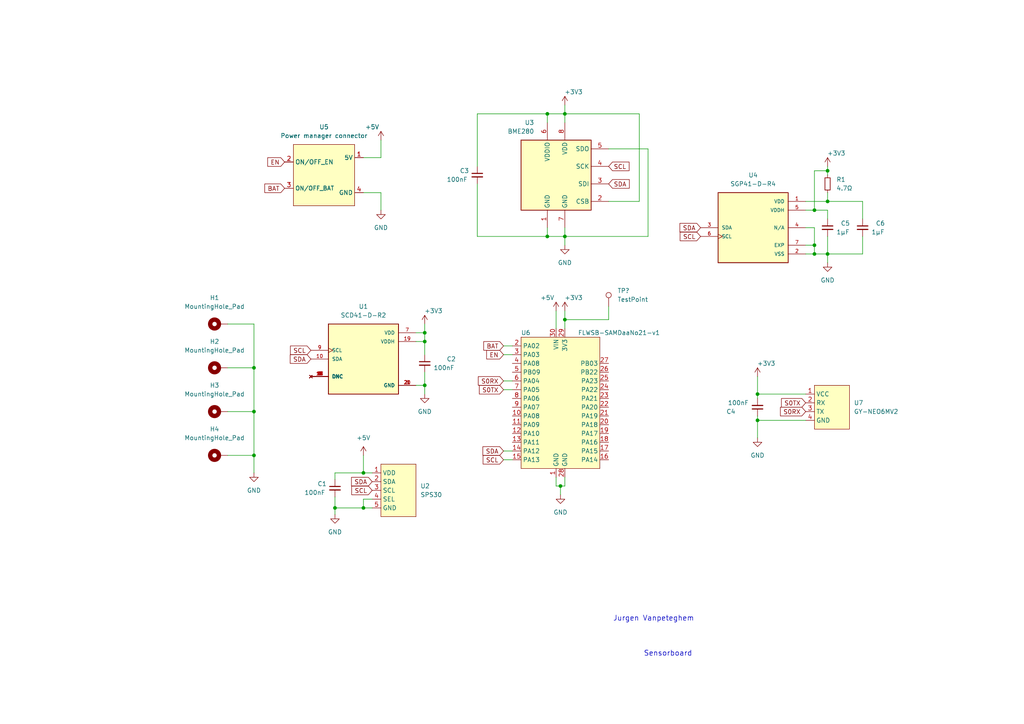
<source format=kicad_sch>
(kicad_sch (version 20211123) (generator eeschema)

  (uuid e7ea1377-b061-43b3-b5fe-43e27f12bb0c)

  (paper "A4")

  (lib_symbols
    (symbol "Component_Library_Bavo:FLWSB-SAMDaaNo21-v1" (in_bom yes) (on_board yes)
      (property "Reference" "U6" (id 0) (at -11.43 -3.81 0)
        (effects (font (size 1.27 1.27)) (justify left))
      )
      (property "Value" "FLWSB-SAMDaaNo21-v1" (id 1) (at 5.08 -3.81 0)
        (effects (font (size 1.27 1.27)) (justify left))
      )
      (property "Footprint" "FLWSB:FLWSB-SAMDaaNo21-v1" (id 2) (at 0 0 0)
        (effects (font (size 1.27 1.27)) hide)
      )
      (property "Datasheet" "https://github.com/DaanDekoningKrekels/FLWSB-SAMDaaNo21" (id 3) (at 0 0 0)
        (effects (font (size 1.27 1.27)) hide)
      )
      (property "ki_description" "Flexible LoRaWAN Sensor Board SAMDaaNo21" (id 4) (at 0 0 0)
        (effects (font (size 1.27 1.27)) hide)
      )
      (symbol "FLWSB-SAMDaaNo21-v1_0_1"
        (rectangle (start -11.43 -5.08) (end 11.43 -43.18)
          (stroke (width 0) (type default) (color 0 0 0 0))
          (fill (type background))
        )
      )
      (symbol "FLWSB-SAMDaaNo21-v1_1_1"
        (pin power_in line (at -1.27 -45.72 90) (length 2.54)
          (name "GND" (effects (font (size 1.27 1.27))))
          (number "1" (effects (font (size 1.27 1.27))))
        )
        (pin bidirectional line (at -13.97 -27.94 0) (length 2.54)
          (name "PA08" (effects (font (size 1.27 1.27))))
          (number "10" (effects (font (size 1.27 1.27))))
        )
        (pin bidirectional line (at -13.97 -30.48 0) (length 2.54)
          (name "PA09" (effects (font (size 1.27 1.27))))
          (number "11" (effects (font (size 1.27 1.27))))
        )
        (pin bidirectional line (at -13.97 -33.02 0) (length 2.54)
          (name "PA10" (effects (font (size 1.27 1.27))))
          (number "12" (effects (font (size 1.27 1.27))))
        )
        (pin bidirectional line (at -13.97 -35.56 0) (length 2.54)
          (name "PA11" (effects (font (size 1.27 1.27))))
          (number "13" (effects (font (size 1.27 1.27))))
        )
        (pin bidirectional line (at -13.97 -38.1 0) (length 2.54)
          (name "PA12" (effects (font (size 1.27 1.27))))
          (number "14" (effects (font (size 1.27 1.27))))
        )
        (pin bidirectional line (at -13.97 -40.64 0) (length 2.54)
          (name "PA13" (effects (font (size 1.27 1.27))))
          (number "15" (effects (font (size 1.27 1.27))))
        )
        (pin bidirectional line (at 13.97 -40.64 180) (length 2.54)
          (name "PA14" (effects (font (size 1.27 1.27))))
          (number "16" (effects (font (size 1.27 1.27))))
        )
        (pin bidirectional line (at 13.97 -38.1 180) (length 2.54)
          (name "PA15" (effects (font (size 1.27 1.27))))
          (number "17" (effects (font (size 1.27 1.27))))
        )
        (pin bidirectional line (at 13.97 -35.56 180) (length 2.54)
          (name "PA16" (effects (font (size 1.27 1.27))))
          (number "18" (effects (font (size 1.27 1.27))))
        )
        (pin bidirectional line (at 13.97 -33.02 180) (length 2.54)
          (name "PA17" (effects (font (size 1.27 1.27))))
          (number "19" (effects (font (size 1.27 1.27))))
        )
        (pin bidirectional line (at -13.97 -7.62 0) (length 2.54)
          (name "PA02" (effects (font (size 1.27 1.27))))
          (number "2" (effects (font (size 1.27 1.27))))
        )
        (pin bidirectional line (at 13.97 -30.48 180) (length 2.54)
          (name "PA18" (effects (font (size 1.27 1.27))))
          (number "20" (effects (font (size 1.27 1.27))))
        )
        (pin bidirectional line (at 13.97 -27.94 180) (length 2.54)
          (name "PA19" (effects (font (size 1.27 1.27))))
          (number "21" (effects (font (size 1.27 1.27))))
        )
        (pin bidirectional line (at 13.97 -25.4 180) (length 2.54)
          (name "PA20" (effects (font (size 1.27 1.27))))
          (number "22" (effects (font (size 1.27 1.27))))
        )
        (pin bidirectional line (at 13.97 -22.86 180) (length 2.54)
          (name "PA21" (effects (font (size 1.27 1.27))))
          (number "23" (effects (font (size 1.27 1.27))))
        )
        (pin bidirectional line (at 13.97 -20.32 180) (length 2.54)
          (name "PA22" (effects (font (size 1.27 1.27))))
          (number "24" (effects (font (size 1.27 1.27))))
        )
        (pin bidirectional line (at 13.97 -17.78 180) (length 2.54)
          (name "PA23" (effects (font (size 1.27 1.27))))
          (number "25" (effects (font (size 1.27 1.27))))
        )
        (pin bidirectional line (at 13.97 -15.24 180) (length 2.54)
          (name "PB22" (effects (font (size 1.27 1.27))))
          (number "26" (effects (font (size 1.27 1.27))))
        )
        (pin bidirectional line (at 13.97 -12.7 180) (length 2.54)
          (name "PB03" (effects (font (size 1.27 1.27))))
          (number "27" (effects (font (size 1.27 1.27))))
          (alternate "48" bidirectional line)
          (alternate "SERCOM5/PAD:1" bidirectional line)
        )
        (pin power_in line (at 1.27 -45.72 90) (length 2.54)
          (name "GND" (effects (font (size 1.27 1.27))))
          (number "28" (effects (font (size 1.27 1.27))))
        )
        (pin power_in line (at 1.27 -2.54 270) (length 2.54)
          (name "3V3" (effects (font (size 1.27 1.27))))
          (number "29" (effects (font (size 1.27 1.27))))
        )
        (pin bidirectional line (at -13.97 -10.16 0) (length 2.54)
          (name "PA03" (effects (font (size 1.27 1.27))))
          (number "3" (effects (font (size 1.27 1.27))))
        )
        (pin power_in line (at -1.27 -2.54 270) (length 2.54)
          (name "VIN" (effects (font (size 1.27 1.27))))
          (number "30" (effects (font (size 1.27 1.27))))
        )
        (pin bidirectional line (at -13.97 -12.7 0) (length 2.54)
          (name "PA08" (effects (font (size 1.27 1.27))))
          (number "4" (effects (font (size 1.27 1.27))))
        )
        (pin bidirectional line (at -13.97 -15.24 0) (length 2.54)
          (name "PB09" (effects (font (size 1.27 1.27))))
          (number "5" (effects (font (size 1.27 1.27))))
        )
        (pin bidirectional line (at -13.97 -17.78 0) (length 2.54)
          (name "PA04" (effects (font (size 1.27 1.27))))
          (number "6" (effects (font (size 1.27 1.27))))
        )
        (pin bidirectional line (at -13.97 -20.32 0) (length 2.54)
          (name "PA05" (effects (font (size 1.27 1.27))))
          (number "7" (effects (font (size 1.27 1.27))))
        )
        (pin bidirectional line (at -13.97 -22.86 0) (length 2.54)
          (name "PA06" (effects (font (size 1.27 1.27))))
          (number "8" (effects (font (size 1.27 1.27))))
        )
        (pin bidirectional line (at -13.97 -25.4 0) (length 2.54)
          (name "PA07" (effects (font (size 1.27 1.27))))
          (number "9" (effects (font (size 1.27 1.27))))
        )
      )
    )
    (symbol "Connector:TestPoint" (pin_numbers hide) (pin_names (offset 0.762) hide) (in_bom yes) (on_board yes)
      (property "Reference" "TP" (id 0) (at 0 6.858 0)
        (effects (font (size 1.27 1.27)))
      )
      (property "Value" "TestPoint" (id 1) (at 0 5.08 0)
        (effects (font (size 1.27 1.27)))
      )
      (property "Footprint" "" (id 2) (at 5.08 0 0)
        (effects (font (size 1.27 1.27)) hide)
      )
      (property "Datasheet" "~" (id 3) (at 5.08 0 0)
        (effects (font (size 1.27 1.27)) hide)
      )
      (property "ki_keywords" "test point tp" (id 4) (at 0 0 0)
        (effects (font (size 1.27 1.27)) hide)
      )
      (property "ki_description" "test point" (id 5) (at 0 0 0)
        (effects (font (size 1.27 1.27)) hide)
      )
      (property "ki_fp_filters" "Pin* Test*" (id 6) (at 0 0 0)
        (effects (font (size 1.27 1.27)) hide)
      )
      (symbol "TestPoint_0_1"
        (circle (center 0 3.302) (radius 0.762)
          (stroke (width 0) (type default) (color 0 0 0 0))
          (fill (type none))
        )
      )
      (symbol "TestPoint_1_1"
        (pin passive line (at 0 0 90) (length 2.54)
          (name "1" (effects (font (size 1.27 1.27))))
          (number "1" (effects (font (size 1.27 1.27))))
        )
      )
    )
    (symbol "Device:C_Small" (pin_numbers hide) (pin_names (offset 0.254) hide) (in_bom yes) (on_board yes)
      (property "Reference" "C" (id 0) (at 0.254 1.778 0)
        (effects (font (size 1.27 1.27)) (justify left))
      )
      (property "Value" "C_Small" (id 1) (at 0.254 -2.032 0)
        (effects (font (size 1.27 1.27)) (justify left))
      )
      (property "Footprint" "" (id 2) (at 0 0 0)
        (effects (font (size 1.27 1.27)) hide)
      )
      (property "Datasheet" "~" (id 3) (at 0 0 0)
        (effects (font (size 1.27 1.27)) hide)
      )
      (property "ki_keywords" "capacitor cap" (id 4) (at 0 0 0)
        (effects (font (size 1.27 1.27)) hide)
      )
      (property "ki_description" "Unpolarized capacitor, small symbol" (id 5) (at 0 0 0)
        (effects (font (size 1.27 1.27)) hide)
      )
      (property "ki_fp_filters" "C_*" (id 6) (at 0 0 0)
        (effects (font (size 1.27 1.27)) hide)
      )
      (symbol "C_Small_0_1"
        (polyline
          (pts
            (xy -1.524 -0.508)
            (xy 1.524 -0.508)
          )
          (stroke (width 0.3302) (type default) (color 0 0 0 0))
          (fill (type none))
        )
        (polyline
          (pts
            (xy -1.524 0.508)
            (xy 1.524 0.508)
          )
          (stroke (width 0.3048) (type default) (color 0 0 0 0))
          (fill (type none))
        )
      )
      (symbol "C_Small_1_1"
        (pin passive line (at 0 2.54 270) (length 2.032)
          (name "~" (effects (font (size 1.27 1.27))))
          (number "1" (effects (font (size 1.27 1.27))))
        )
        (pin passive line (at 0 -2.54 90) (length 2.032)
          (name "~" (effects (font (size 1.27 1.27))))
          (number "2" (effects (font (size 1.27 1.27))))
        )
      )
    )
    (symbol "Device:R_Small" (pin_numbers hide) (pin_names (offset 0.254) hide) (in_bom yes) (on_board yes)
      (property "Reference" "R" (id 0) (at 0.762 0.508 0)
        (effects (font (size 1.27 1.27)) (justify left))
      )
      (property "Value" "R_Small" (id 1) (at 0.762 -1.016 0)
        (effects (font (size 1.27 1.27)) (justify left))
      )
      (property "Footprint" "" (id 2) (at 0 0 0)
        (effects (font (size 1.27 1.27)) hide)
      )
      (property "Datasheet" "~" (id 3) (at 0 0 0)
        (effects (font (size 1.27 1.27)) hide)
      )
      (property "ki_keywords" "R resistor" (id 4) (at 0 0 0)
        (effects (font (size 1.27 1.27)) hide)
      )
      (property "ki_description" "Resistor, small symbol" (id 5) (at 0 0 0)
        (effects (font (size 1.27 1.27)) hide)
      )
      (property "ki_fp_filters" "R_*" (id 6) (at 0 0 0)
        (effects (font (size 1.27 1.27)) hide)
      )
      (symbol "R_Small_0_1"
        (rectangle (start -0.762 1.778) (end 0.762 -1.778)
          (stroke (width 0.2032) (type default) (color 0 0 0 0))
          (fill (type none))
        )
      )
      (symbol "R_Small_1_1"
        (pin passive line (at 0 2.54 270) (length 0.762)
          (name "~" (effects (font (size 1.27 1.27))))
          (number "1" (effects (font (size 1.27 1.27))))
        )
        (pin passive line (at 0 -2.54 90) (length 0.762)
          (name "~" (effects (font (size 1.27 1.27))))
          (number "2" (effects (font (size 1.27 1.27))))
        )
      )
    )
    (symbol "Mechanical:MountingHole_Pad" (pin_numbers hide) (pin_names (offset 1.016) hide) (in_bom yes) (on_board yes)
      (property "Reference" "H" (id 0) (at 0 6.35 0)
        (effects (font (size 1.27 1.27)))
      )
      (property "Value" "MountingHole_Pad" (id 1) (at 0 4.445 0)
        (effects (font (size 1.27 1.27)))
      )
      (property "Footprint" "" (id 2) (at 0 0 0)
        (effects (font (size 1.27 1.27)) hide)
      )
      (property "Datasheet" "~" (id 3) (at 0 0 0)
        (effects (font (size 1.27 1.27)) hide)
      )
      (property "ki_keywords" "mounting hole" (id 4) (at 0 0 0)
        (effects (font (size 1.27 1.27)) hide)
      )
      (property "ki_description" "Mounting Hole with connection" (id 5) (at 0 0 0)
        (effects (font (size 1.27 1.27)) hide)
      )
      (property "ki_fp_filters" "MountingHole*Pad*" (id 6) (at 0 0 0)
        (effects (font (size 1.27 1.27)) hide)
      )
      (symbol "MountingHole_Pad_0_1"
        (circle (center 0 1.27) (radius 1.27)
          (stroke (width 1.27) (type default) (color 0 0 0 0))
          (fill (type none))
        )
      )
      (symbol "MountingHole_Pad_1_1"
        (pin input line (at 0 -2.54 90) (length 2.54)
          (name "1" (effects (font (size 1.27 1.27))))
          (number "1" (effects (font (size 1.27 1.27))))
        )
      )
    )
    (symbol "New_Library:DFRobot-DFR0559" (in_bom yes) (on_board yes)
      (property "Reference" "U" (id 0) (at -1.27 11.43 0)
        (effects (font (size 1.27 1.27)))
      )
      (property "Value" "DFRobot-DFR0559" (id 1) (at 0 13.97 0)
        (effects (font (size 1.27 1.27)))
      )
      (property "Footprint" "" (id 2) (at -3.81 1.27 0)
        (effects (font (size 1.27 1.27)) hide)
      )
      (property "Datasheet" "" (id 3) (at -3.81 1.27 0)
        (effects (font (size 1.27 1.27)) hide)
      )
      (symbol "DFRobot-DFR0559_0_1"
        (rectangle (start -8.89 8.89) (end 8.89 -8.89)
          (stroke (width 0) (type default) (color 0 0 0 0))
          (fill (type background))
        )
      )
      (symbol "DFRobot-DFR0559_1_1"
        (pin input line (at 11.43 5.08 180) (length 2.54)
          (name "5V" (effects (font (size 1.27 1.27))))
          (number "1" (effects (font (size 1.27 1.27))))
        )
        (pin input line (at -11.43 3.81 0) (length 2.54)
          (name "ON/OFF_EN" (effects (font (size 1.27 1.27))))
          (number "2" (effects (font (size 1.27 1.27))))
        )
        (pin input line (at -11.43 -3.81 0) (length 2.54)
          (name "ON/OFF_BAT" (effects (font (size 1.2 1.2))))
          (number "3" (effects (font (size 1.27 1.27))))
        )
        (pin input line (at 11.43 -5.08 180) (length 2.54)
          (name "GND" (effects (font (size 1.27 1.27))))
          (number "4" (effects (font (size 1.27 1.27))))
        )
      )
    )
    (symbol "New_Library:GY-NEO6MV2" (in_bom yes) (on_board yes)
      (property "Reference" "U" (id 0) (at 0 12.7 0)
        (effects (font (size 1.27 1.27)))
      )
      (property "Value" "GY-NEO6MV2" (id 1) (at 1.27 10.16 0)
        (effects (font (size 1.27 1.27)))
      )
      (property "Footprint" "" (id 2) (at 0 0 0)
        (effects (font (size 1.27 1.27)) hide)
      )
      (property "Datasheet" "" (id 3) (at 0 0 0)
        (effects (font (size 1.27 1.27)) hide)
      )
      (symbol "GY-NEO6MV2_0_1"
        (rectangle (start -5.08 7.62) (end 5.08 -5.08)
          (stroke (width 0) (type default) (color 0 0 0 0))
          (fill (type background))
        )
      )
      (symbol "GY-NEO6MV2_1_1"
        (pin input line (at -7.62 5.08 0) (length 2.54)
          (name "VCC" (effects (font (size 1.27 1.27))))
          (number "1" (effects (font (size 1.27 1.27))))
        )
        (pin input line (at -7.62 2.54 0) (length 2.54)
          (name "RX" (effects (font (size 1.27 1.27))))
          (number "2" (effects (font (size 1.27 1.27))))
        )
        (pin input line (at -7.62 0 0) (length 2.54)
          (name "TX" (effects (font (size 1.27 1.27))))
          (number "3" (effects (font (size 1.27 1.27))))
        )
        (pin input line (at -7.62 -2.54 0) (length 2.54)
          (name "GND" (effects (font (size 1.27 1.27))))
          (number "4" (effects (font (size 1.27 1.27))))
        )
      )
    )
    (symbol "New_Library:SCD41-D-R2" (pin_names (offset 1.016)) (in_bom yes) (on_board yes)
      (property "Reference" "U" (id 0) (at -10.16 11.176 0)
        (effects (font (size 1.27 1.27)) (justify left bottom))
      )
      (property "Value" "SCD41-D-R2" (id 1) (at -10.16 -12.7 0)
        (effects (font (size 1.27 1.27)) (justify left bottom))
      )
      (property "Footprint" "XDCR_SCD41-D-R2" (id 2) (at 0 0 0)
        (effects (font (size 1.27 1.27)) (justify bottom) hide)
      )
      (property "Datasheet" "" (id 3) (at 0 0 0)
        (effects (font (size 1.27 1.27)) hide)
      )
      (property "MAXIMUM_PACKAGE_HEIGHT" "6.8mm" (id 4) (at 0 0 0)
        (effects (font (size 1.27 1.27)) (justify bottom) hide)
      )
      (property "PARTREV" "1.2" (id 5) (at 0 0 0)
        (effects (font (size 1.27 1.27)) (justify bottom) hide)
      )
      (property "SNAPEDA_PN" "SCD41-D-R2" (id 6) (at 0 0 0)
        (effects (font (size 1.27 1.27)) (justify bottom) hide)
      )
      (property "MANUFACTURER" "Sensirion" (id 7) (at 0 0 0)
        (effects (font (size 1.27 1.27)) (justify bottom) hide)
      )
      (property "STANDARD" "Manufacturer Recommendations" (id 8) (at 0 0 0)
        (effects (font (size 1.27 1.27)) (justify bottom) hide)
      )
      (symbol "SCD41-D-R2_0_0"
        (rectangle (start -10.16 -10.16) (end 10.16 10.16)
          (stroke (width 0.254) (type default) (color 0 0 0 0))
          (fill (type background))
        )
        (pin no_connect line (at -15.24 -5.08 0) (length 5.08)
          (name "DNC" (effects (font (size 1.016 1.016))))
          (number "1" (effects (font (size 1.016 1.016))))
        )
        (pin bidirectional line (at -15.24 0 0) (length 5.08)
          (name "SDA" (effects (font (size 1.016 1.016))))
          (number "10" (effects (font (size 1.016 1.016))))
        )
        (pin no_connect line (at -15.24 -5.08 0) (length 5.08)
          (name "DNC" (effects (font (size 1.016 1.016))))
          (number "11" (effects (font (size 1.016 1.016))))
        )
        (pin no_connect line (at -15.24 -5.08 0) (length 5.08)
          (name "DNC" (effects (font (size 1.016 1.016))))
          (number "12" (effects (font (size 1.016 1.016))))
        )
        (pin no_connect line (at -15.24 -5.08 0) (length 5.08)
          (name "DNC" (effects (font (size 1.016 1.016))))
          (number "13" (effects (font (size 1.016 1.016))))
        )
        (pin no_connect line (at -15.24 -5.08 0) (length 5.08)
          (name "DNC" (effects (font (size 1.016 1.016))))
          (number "14" (effects (font (size 1.016 1.016))))
        )
        (pin no_connect line (at -15.24 -5.08 0) (length 5.08)
          (name "DNC" (effects (font (size 1.016 1.016))))
          (number "15" (effects (font (size 1.016 1.016))))
        )
        (pin no_connect line (at -15.24 -5.08 0) (length 5.08)
          (name "DNC" (effects (font (size 1.016 1.016))))
          (number "16" (effects (font (size 1.016 1.016))))
        )
        (pin no_connect line (at -15.24 -5.08 0) (length 5.08)
          (name "DNC" (effects (font (size 1.016 1.016))))
          (number "17" (effects (font (size 1.016 1.016))))
        )
        (pin no_connect line (at -15.24 -5.08 0) (length 5.08)
          (name "DNC" (effects (font (size 1.016 1.016))))
          (number "18" (effects (font (size 1.016 1.016))))
        )
        (pin power_in line (at 15.24 5.08 180) (length 5.08)
          (name "VDDH" (effects (font (size 1.016 1.016))))
          (number "19" (effects (font (size 1.016 1.016))))
        )
        (pin no_connect line (at -15.24 -5.08 0) (length 5.08)
          (name "DNC" (effects (font (size 1.016 1.016))))
          (number "2" (effects (font (size 1.016 1.016))))
        )
        (pin power_in line (at 15.24 -7.62 180) (length 5.08)
          (name "GND" (effects (font (size 1.016 1.016))))
          (number "20" (effects (font (size 1.016 1.016))))
        )
        (pin power_in line (at 15.24 -7.62 180) (length 5.08)
          (name "GND" (effects (font (size 1.016 1.016))))
          (number "21" (effects (font (size 1.016 1.016))))
        )
        (pin no_connect line (at -15.24 -5.08 0) (length 5.08)
          (name "DNC" (effects (font (size 1.016 1.016))))
          (number "3" (effects (font (size 1.016 1.016))))
        )
        (pin no_connect line (at -15.24 -5.08 0) (length 5.08)
          (name "DNC" (effects (font (size 1.016 1.016))))
          (number "4" (effects (font (size 1.016 1.016))))
        )
        (pin no_connect line (at -15.24 -5.08 0) (length 5.08)
          (name "DNC" (effects (font (size 1.016 1.016))))
          (number "5" (effects (font (size 1.016 1.016))))
        )
        (pin power_in line (at 15.24 -7.62 180) (length 5.08)
          (name "GND" (effects (font (size 1.016 1.016))))
          (number "6" (effects (font (size 1.016 1.016))))
        )
        (pin power_in line (at 15.24 7.62 180) (length 5.08)
          (name "VDD" (effects (font (size 1.016 1.016))))
          (number "7" (effects (font (size 1.016 1.016))))
        )
        (pin no_connect line (at -15.24 -5.08 0) (length 5.08)
          (name "DNC" (effects (font (size 1.016 1.016))))
          (number "8" (effects (font (size 1.016 1.016))))
        )
        (pin input clock (at -15.24 2.54 0) (length 5.08)
          (name "SCL" (effects (font (size 1.016 1.016))))
          (number "9" (effects (font (size 1.016 1.016))))
        )
      )
    )
    (symbol "New_Library:SGP41-D-R4" (pin_names (offset 1.016)) (in_bom yes) (on_board yes)
      (property "Reference" "U" (id 0) (at -10.16 10.922 0)
        (effects (font (size 1.27 1.27)) (justify left bottom))
      )
      (property "Value" "SGP41-D-R4" (id 1) (at -10.16 -10.922 0)
        (effects (font (size 1.27 1.27)) (justify left top))
      )
      (property "Footprint" "XDCR_SGP41-D-R4" (id 2) (at 0 0 0)
        (effects (font (size 1.27 1.27)) (justify bottom) hide)
      )
      (property "Datasheet" "" (id 3) (at 0 0 0)
        (effects (font (size 1.27 1.27)) hide)
      )
      (property "STANDARD" "Manufacturer Recommendations" (id 4) (at 0 0 0)
        (effects (font (size 1.27 1.27)) (justify bottom) hide)
      )
      (property "PARTREV" "1.0" (id 5) (at 0 0 0)
        (effects (font (size 1.27 1.27)) (justify bottom) hide)
      )
      (property "MANUFACTURER" "Sensirion" (id 6) (at 0 0 0)
        (effects (font (size 1.27 1.27)) (justify bottom) hide)
      )
      (property "MAXIMUM_PACKAGE_HEIGHT" "0.95 mm" (id 7) (at 0 0 0)
        (effects (font (size 1.27 1.27)) (justify bottom) hide)
      )
      (symbol "SGP41-D-R4_0_0"
        (rectangle (start -10.16 -10.16) (end 10.16 10.16)
          (stroke (width 0.254) (type default) (color 0 0 0 0))
          (fill (type background))
        )
        (pin power_in line (at 15.24 7.62 180) (length 5.08)
          (name "VDD" (effects (font (size 1.016 1.016))))
          (number "1" (effects (font (size 1.016 1.016))))
        )
        (pin power_in line (at 15.24 -7.62 180) (length 5.08)
          (name "VSS" (effects (font (size 1.016 1.016))))
          (number "2" (effects (font (size 1.016 1.016))))
        )
        (pin bidirectional line (at -15.24 0 0) (length 5.08)
          (name "SDA" (effects (font (size 1.016 1.016))))
          (number "3" (effects (font (size 1.016 1.016))))
        )
        (pin passive line (at 15.24 0 180) (length 5.08)
          (name "N/A" (effects (font (size 1.016 1.016))))
          (number "4" (effects (font (size 1.016 1.016))))
        )
        (pin power_in line (at 15.24 5.08 180) (length 5.08)
          (name "VDDH" (effects (font (size 1.016 1.016))))
          (number "5" (effects (font (size 1.016 1.016))))
        )
        (pin bidirectional clock (at -15.24 -2.54 0) (length 5.08)
          (name "SCL" (effects (font (size 1.016 1.016))))
          (number "6" (effects (font (size 1.016 1.016))))
        )
        (pin power_in line (at 15.24 -5.08 180) (length 5.08)
          (name "EXP" (effects (font (size 1.016 1.016))))
          (number "7" (effects (font (size 1.016 1.016))))
        )
      )
    )
    (symbol "New_Library:SPS30" (in_bom yes) (on_board yes)
      (property "Reference" "U" (id 0) (at 0 12.7 0)
        (effects (font (size 1.27 1.27)))
      )
      (property "Value" "SPS30" (id 1) (at 0 10.16 0)
        (effects (font (size 1.27 1.27)))
      )
      (property "Footprint" "" (id 2) (at 0 12.7 0)
        (effects (font (size 1.27 1.27)) hide)
      )
      (property "Datasheet" "" (id 3) (at 0 12.7 0)
        (effects (font (size 1.27 1.27)) hide)
      )
      (symbol "SPS30_0_1"
        (rectangle (start -5.08 7.62) (end 5.08 -7.62)
          (stroke (width 0) (type default) (color 0 0 0 0))
          (fill (type background))
        )
      )
      (symbol "SPS30_1_1"
        (pin input line (at -7.62 5.08 0) (length 2.54)
          (name "VDD" (effects (font (size 1.27 1.27))))
          (number "1" (effects (font (size 1.27 1.27))))
        )
        (pin input line (at -7.62 2.54 0) (length 2.54)
          (name "SDA" (effects (font (size 1.27 1.27))))
          (number "2" (effects (font (size 1.27 1.27))))
        )
        (pin input line (at -7.62 0 0) (length 2.54)
          (name "SCL" (effects (font (size 1.27 1.27))))
          (number "3" (effects (font (size 1.27 1.27))))
        )
        (pin input line (at -7.62 -2.54 0) (length 2.54)
          (name "SEL" (effects (font (size 1.27 1.27))))
          (number "4" (effects (font (size 1.27 1.27))))
        )
        (pin input line (at -7.62 -5.08 0) (length 2.54)
          (name "GND" (effects (font (size 1.27 1.27))))
          (number "5" (effects (font (size 1.27 1.27))))
        )
      )
    )
    (symbol "Sensor:BME280" (in_bom yes) (on_board yes)
      (property "Reference" "U" (id 0) (at -8.89 11.43 0)
        (effects (font (size 1.27 1.27)))
      )
      (property "Value" "BME280" (id 1) (at 7.62 11.43 0)
        (effects (font (size 1.27 1.27)))
      )
      (property "Footprint" "Package_LGA:Bosch_LGA-8_2.5x2.5mm_P0.65mm_ClockwisePinNumbering" (id 2) (at 38.1 -11.43 0)
        (effects (font (size 1.27 1.27)) hide)
      )
      (property "Datasheet" "https://ae-bst.resource.bosch.com/media/_tech/media/datasheets/BST-BME280-DS002.pdf" (id 3) (at 0 -5.08 0)
        (effects (font (size 1.27 1.27)) hide)
      )
      (property "ki_keywords" "Bosch pressure humidity temperature environment environmental measurement digital" (id 4) (at 0 0 0)
        (effects (font (size 1.27 1.27)) hide)
      )
      (property "ki_description" "3-in-1 sensor, humidity, pressure, temperature, I2C and SPI interface, 1.71-3.6V, LGA-8" (id 5) (at 0 0 0)
        (effects (font (size 1.27 1.27)) hide)
      )
      (property "ki_fp_filters" "*LGA*2.5x2.5mm*P0.65mm*Clockwise*" (id 6) (at 0 0 0)
        (effects (font (size 1.27 1.27)) hide)
      )
      (symbol "BME280_0_1"
        (rectangle (start -10.16 10.16) (end 10.16 -10.16)
          (stroke (width 0.254) (type default) (color 0 0 0 0))
          (fill (type background))
        )
      )
      (symbol "BME280_1_1"
        (pin power_in line (at -2.54 -15.24 90) (length 5.08)
          (name "GND" (effects (font (size 1.27 1.27))))
          (number "1" (effects (font (size 1.27 1.27))))
        )
        (pin input line (at 15.24 -7.62 180) (length 5.08)
          (name "CSB" (effects (font (size 1.27 1.27))))
          (number "2" (effects (font (size 1.27 1.27))))
        )
        (pin bidirectional line (at 15.24 -2.54 180) (length 5.08)
          (name "SDI" (effects (font (size 1.27 1.27))))
          (number "3" (effects (font (size 1.27 1.27))))
        )
        (pin input line (at 15.24 2.54 180) (length 5.08)
          (name "SCK" (effects (font (size 1.27 1.27))))
          (number "4" (effects (font (size 1.27 1.27))))
        )
        (pin bidirectional line (at 15.24 7.62 180) (length 5.08)
          (name "SDO" (effects (font (size 1.27 1.27))))
          (number "5" (effects (font (size 1.27 1.27))))
        )
        (pin power_in line (at -2.54 15.24 270) (length 5.08)
          (name "VDDIO" (effects (font (size 1.27 1.27))))
          (number "6" (effects (font (size 1.27 1.27))))
        )
        (pin power_in line (at 2.54 -15.24 90) (length 5.08)
          (name "GND" (effects (font (size 1.27 1.27))))
          (number "7" (effects (font (size 1.27 1.27))))
        )
        (pin power_in line (at 2.54 15.24 270) (length 5.08)
          (name "VDD" (effects (font (size 1.27 1.27))))
          (number "8" (effects (font (size 1.27 1.27))))
        )
      )
    )
    (symbol "power:+3V3" (power) (pin_names (offset 0)) (in_bom yes) (on_board yes)
      (property "Reference" "#PWR" (id 0) (at 0 -3.81 0)
        (effects (font (size 1.27 1.27)) hide)
      )
      (property "Value" "+3V3" (id 1) (at 0 3.556 0)
        (effects (font (size 1.27 1.27)))
      )
      (property "Footprint" "" (id 2) (at 0 0 0)
        (effects (font (size 1.27 1.27)) hide)
      )
      (property "Datasheet" "" (id 3) (at 0 0 0)
        (effects (font (size 1.27 1.27)) hide)
      )
      (property "ki_keywords" "global power" (id 4) (at 0 0 0)
        (effects (font (size 1.27 1.27)) hide)
      )
      (property "ki_description" "Power symbol creates a global label with name \"+3V3\"" (id 5) (at 0 0 0)
        (effects (font (size 1.27 1.27)) hide)
      )
      (symbol "+3V3_0_1"
        (polyline
          (pts
            (xy -0.762 1.27)
            (xy 0 2.54)
          )
          (stroke (width 0) (type default) (color 0 0 0 0))
          (fill (type none))
        )
        (polyline
          (pts
            (xy 0 0)
            (xy 0 2.54)
          )
          (stroke (width 0) (type default) (color 0 0 0 0))
          (fill (type none))
        )
        (polyline
          (pts
            (xy 0 2.54)
            (xy 0.762 1.27)
          )
          (stroke (width 0) (type default) (color 0 0 0 0))
          (fill (type none))
        )
      )
      (symbol "+3V3_1_1"
        (pin power_in line (at 0 0 90) (length 0) hide
          (name "+3V3" (effects (font (size 1.27 1.27))))
          (number "1" (effects (font (size 1.27 1.27))))
        )
      )
    )
    (symbol "power:+5V" (power) (pin_names (offset 0)) (in_bom yes) (on_board yes)
      (property "Reference" "#PWR" (id 0) (at 0 -3.81 0)
        (effects (font (size 1.27 1.27)) hide)
      )
      (property "Value" "+5V" (id 1) (at 0 3.556 0)
        (effects (font (size 1.27 1.27)))
      )
      (property "Footprint" "" (id 2) (at 0 0 0)
        (effects (font (size 1.27 1.27)) hide)
      )
      (property "Datasheet" "" (id 3) (at 0 0 0)
        (effects (font (size 1.27 1.27)) hide)
      )
      (property "ki_keywords" "global power" (id 4) (at 0 0 0)
        (effects (font (size 1.27 1.27)) hide)
      )
      (property "ki_description" "Power symbol creates a global label with name \"+5V\"" (id 5) (at 0 0 0)
        (effects (font (size 1.27 1.27)) hide)
      )
      (symbol "+5V_0_1"
        (polyline
          (pts
            (xy -0.762 1.27)
            (xy 0 2.54)
          )
          (stroke (width 0) (type default) (color 0 0 0 0))
          (fill (type none))
        )
        (polyline
          (pts
            (xy 0 0)
            (xy 0 2.54)
          )
          (stroke (width 0) (type default) (color 0 0 0 0))
          (fill (type none))
        )
        (polyline
          (pts
            (xy 0 2.54)
            (xy 0.762 1.27)
          )
          (stroke (width 0) (type default) (color 0 0 0 0))
          (fill (type none))
        )
      )
      (symbol "+5V_1_1"
        (pin power_in line (at 0 0 90) (length 0) hide
          (name "+5V" (effects (font (size 1.27 1.27))))
          (number "1" (effects (font (size 1.27 1.27))))
        )
      )
    )
    (symbol "power:GND" (power) (pin_names (offset 0)) (in_bom yes) (on_board yes)
      (property "Reference" "#PWR" (id 0) (at 0 -6.35 0)
        (effects (font (size 1.27 1.27)) hide)
      )
      (property "Value" "GND" (id 1) (at 0 -3.81 0)
        (effects (font (size 1.27 1.27)))
      )
      (property "Footprint" "" (id 2) (at 0 0 0)
        (effects (font (size 1.27 1.27)) hide)
      )
      (property "Datasheet" "" (id 3) (at 0 0 0)
        (effects (font (size 1.27 1.27)) hide)
      )
      (property "ki_keywords" "global power" (id 4) (at 0 0 0)
        (effects (font (size 1.27 1.27)) hide)
      )
      (property "ki_description" "Power symbol creates a global label with name \"GND\" , ground" (id 5) (at 0 0 0)
        (effects (font (size 1.27 1.27)) hide)
      )
      (symbol "GND_0_1"
        (polyline
          (pts
            (xy 0 0)
            (xy 0 -1.27)
            (xy 1.27 -1.27)
            (xy 0 -2.54)
            (xy -1.27 -1.27)
            (xy 0 -1.27)
          )
          (stroke (width 0) (type default) (color 0 0 0 0))
          (fill (type none))
        )
      )
      (symbol "GND_1_1"
        (pin power_in line (at 0 0 270) (length 0) hide
          (name "GND" (effects (font (size 1.27 1.27))))
          (number "1" (effects (font (size 1.27 1.27))))
        )
      )
    )
  )

  (junction (at 236.22 73.66) (diameter 0) (color 0 0 0 0)
    (uuid 00783e00-a39f-4a09-b5d0-1e76c3adf60d)
  )
  (junction (at 219.71 121.92) (diameter 0) (color 0 0 0 0)
    (uuid 010ef795-6791-4a60-8be0-28801ac1b92a)
  )
  (junction (at 97.155 147.32) (diameter 0) (color 0 0 0 0)
    (uuid 08ef6d44-eec0-439d-a29a-ff94af076661)
  )
  (junction (at 163.83 92.71) (diameter 0) (color 0 0 0 0)
    (uuid 179ce558-8506-4bfd-8edc-32c04ba485ba)
  )
  (junction (at 240.03 49.53) (diameter 0) (color 0 0 0 0)
    (uuid 1e762e98-df93-4afe-9a91-b1482d6383d2)
  )
  (junction (at 240.03 73.66) (diameter 0) (color 0 0 0 0)
    (uuid 24ab3b62-5dd9-460d-ace8-fa8be0c661e7)
  )
  (junction (at 163.83 68.58) (diameter 0) (color 0 0 0 0)
    (uuid 2a6fb210-22e3-4886-abdc-4b0b38843a1b)
  )
  (junction (at 123.19 99.06) (diameter 0) (color 0 0 0 0)
    (uuid 3f14fee4-a433-4fc2-9d25-4bba4d2de204)
  )
  (junction (at 73.66 132.08) (diameter 0) (color 0 0 0 0)
    (uuid 4e8bc411-d4dc-4ae9-a9ad-98676820e61c)
  )
  (junction (at 158.75 68.58) (diameter 0) (color 0 0 0 0)
    (uuid 4f2518e5-4043-41bb-8010-eafa535fb794)
  )
  (junction (at 219.71 114.3) (diameter 0) (color 0 0 0 0)
    (uuid 5127064b-36db-418c-ad6a-be1e711ea635)
  )
  (junction (at 73.66 119.38) (diameter 0) (color 0 0 0 0)
    (uuid 5537b107-3742-424d-bd25-c5e18ebc7c90)
  )
  (junction (at 123.19 111.76) (diameter 0) (color 0 0 0 0)
    (uuid 7961b92c-1a79-4436-a4ba-fccfc3609229)
  )
  (junction (at 240.03 58.42) (diameter 0) (color 0 0 0 0)
    (uuid 90debd32-d545-4b4a-ba6b-97693361ac0c)
  )
  (junction (at 236.22 60.96) (diameter 0) (color 0 0 0 0)
    (uuid aa863de7-c06d-4a0a-9ebf-3421308754ca)
  )
  (junction (at 123.19 96.52) (diameter 0) (color 0 0 0 0)
    (uuid b641aeea-917f-4ad3-8017-217ebb4d10ad)
  )
  (junction (at 236.22 71.12) (diameter 0) (color 0 0 0 0)
    (uuid b6b3c762-13ee-491c-b35a-419a3281d040)
  )
  (junction (at 162.56 140.97) (diameter 0) (color 0 0 0 0)
    (uuid b6f54d59-edec-42e5-8e56-c7a26585287e)
  )
  (junction (at 105.41 147.32) (diameter 0) (color 0 0 0 0)
    (uuid bfc6d188-31ff-419c-90d2-d8291d56f37c)
  )
  (junction (at 158.75 33.02) (diameter 0) (color 0 0 0 0)
    (uuid c2bbb021-d892-48dd-81dc-6402b16922b2)
  )
  (junction (at 163.83 33.02) (diameter 0) (color 0 0 0 0)
    (uuid c3e87e29-0f06-44dd-8689-6c658c2374a5)
  )
  (junction (at 105.41 137.16) (diameter 0) (color 0 0 0 0)
    (uuid d172bbf0-20d1-40e6-b884-f979879b5faa)
  )
  (junction (at 73.66 106.68) (diameter 0) (color 0 0 0 0)
    (uuid fd11a4a8-68cf-4423-846b-1a055504a28b)
  )

  (wire (pts (xy 105.41 55.88) (xy 110.49 55.88))
    (stroke (width 0) (type default) (color 0 0 0 0))
    (uuid 04c3cb30-9306-433e-be4f-a94e6210b124)
  )
  (wire (pts (xy 120.65 96.52) (xy 123.19 96.52))
    (stroke (width 0) (type default) (color 0 0 0 0))
    (uuid 0b7ed6a6-efd7-4e61-b5c3-ff617fe06860)
  )
  (wire (pts (xy 176.53 88.9) (xy 176.53 92.71))
    (stroke (width 0) (type default) (color 0 0 0 0))
    (uuid 0ca4ca50-20b9-48ab-88ba-1d91cba4c294)
  )
  (wire (pts (xy 240.03 63.5) (xy 240.03 60.96))
    (stroke (width 0) (type default) (color 0 0 0 0))
    (uuid 11916958-a1e1-4514-8616-e570482d9172)
  )
  (wire (pts (xy 123.19 99.06) (xy 123.19 102.87))
    (stroke (width 0) (type default) (color 0 0 0 0))
    (uuid 1749606e-f30d-4228-a2e3-8bb2877d9750)
  )
  (wire (pts (xy 138.43 68.58) (xy 158.75 68.58))
    (stroke (width 0) (type default) (color 0 0 0 0))
    (uuid 18bb2697-0a58-45e4-a8bf-f235c8033b77)
  )
  (wire (pts (xy 105.41 45.72) (xy 110.49 45.72))
    (stroke (width 0) (type default) (color 0 0 0 0))
    (uuid 1b1078a6-c864-456d-baa3-9f07d08687c0)
  )
  (wire (pts (xy 123.19 111.76) (xy 123.19 114.3))
    (stroke (width 0) (type default) (color 0 0 0 0))
    (uuid 1f5e1ad9-af2c-497d-a6fd-5d7e9a4723a3)
  )
  (wire (pts (xy 110.49 45.72) (xy 110.49 40.64))
    (stroke (width 0) (type default) (color 0 0 0 0))
    (uuid 2396e1f8-36bc-4ae1-9b17-282075911fee)
  )
  (wire (pts (xy 158.75 33.02) (xy 163.83 33.02))
    (stroke (width 0) (type default) (color 0 0 0 0))
    (uuid 2642e48b-d123-43d7-8cc4-e840d37312fe)
  )
  (wire (pts (xy 105.41 147.32) (xy 97.155 147.32))
    (stroke (width 0) (type default) (color 0 0 0 0))
    (uuid 2983ded9-d45b-4ad4-8e59-083368ec3692)
  )
  (wire (pts (xy 123.19 96.52) (xy 123.19 93.98))
    (stroke (width 0) (type default) (color 0 0 0 0))
    (uuid 2a78a5c5-b372-4ef0-b3d8-87cb1e00553c)
  )
  (wire (pts (xy 176.53 58.42) (xy 185.42 58.42))
    (stroke (width 0) (type default) (color 0 0 0 0))
    (uuid 2b650614-4614-45b2-bc0b-b5b7dee3e4b0)
  )
  (wire (pts (xy 163.83 140.97) (xy 162.56 140.97))
    (stroke (width 0) (type default) (color 0 0 0 0))
    (uuid 2bd8d1a6-dc56-4e9b-9047-e0a19a978da0)
  )
  (wire (pts (xy 66.04 132.08) (xy 73.66 132.08))
    (stroke (width 0) (type default) (color 0 0 0 0))
    (uuid 2c0fbb49-dd19-4807-9bab-dc657d6106e9)
  )
  (wire (pts (xy 219.71 121.92) (xy 233.68 121.92))
    (stroke (width 0) (type default) (color 0 0 0 0))
    (uuid 2ff69f6f-8983-4dc0-9f02-c91133a46df8)
  )
  (wire (pts (xy 105.41 137.16) (xy 107.95 137.16))
    (stroke (width 0) (type default) (color 0 0 0 0))
    (uuid 3222f6ae-8aa6-4bdf-b0c5-35e3b8130d14)
  )
  (wire (pts (xy 219.71 115.57) (xy 219.71 114.3))
    (stroke (width 0) (type default) (color 0 0 0 0))
    (uuid 36daf7e9-c6c3-4efe-bdd7-225d4f3455f9)
  )
  (wire (pts (xy 163.83 68.58) (xy 163.83 71.12))
    (stroke (width 0) (type default) (color 0 0 0 0))
    (uuid 3b89cd57-e1a8-45e0-bd22-8207b3279f2d)
  )
  (wire (pts (xy 105.41 147.32) (xy 107.95 147.32))
    (stroke (width 0) (type default) (color 0 0 0 0))
    (uuid 3c0dac1c-cbdb-4e4d-ad09-b2c06fa9c090)
  )
  (wire (pts (xy 163.83 138.43) (xy 163.83 140.97))
    (stroke (width 0) (type default) (color 0 0 0 0))
    (uuid 3c73c9ac-b79f-4af3-895c-afff7a17051b)
  )
  (wire (pts (xy 233.68 73.66) (xy 236.22 73.66))
    (stroke (width 0) (type default) (color 0 0 0 0))
    (uuid 3d031088-578d-4cee-88f6-dca2bca88be1)
  )
  (wire (pts (xy 158.75 68.58) (xy 163.83 68.58))
    (stroke (width 0) (type default) (color 0 0 0 0))
    (uuid 40516b52-79d0-4fd9-9c70-64dfa76e90fe)
  )
  (wire (pts (xy 250.19 63.5) (xy 250.19 58.42))
    (stroke (width 0) (type default) (color 0 0 0 0))
    (uuid 416d45e8-24d6-4371-8f07-7f78840dfdc7)
  )
  (wire (pts (xy 73.66 106.68) (xy 73.66 119.38))
    (stroke (width 0) (type default) (color 0 0 0 0))
    (uuid 435accdf-e878-4ada-b61b-2a5b603973c8)
  )
  (wire (pts (xy 158.75 66.04) (xy 158.75 68.58))
    (stroke (width 0) (type default) (color 0 0 0 0))
    (uuid 43dd6486-c88c-4787-8be0-1995ac9f8109)
  )
  (wire (pts (xy 236.22 71.12) (xy 236.22 73.66))
    (stroke (width 0) (type default) (color 0 0 0 0))
    (uuid 4bda59a7-210a-4f74-b53b-03818f8630f3)
  )
  (wire (pts (xy 73.66 93.98) (xy 73.66 106.68))
    (stroke (width 0) (type default) (color 0 0 0 0))
    (uuid 55abb824-a29b-4b00-b308-97b0d3b26f70)
  )
  (wire (pts (xy 123.19 99.06) (xy 123.19 96.52))
    (stroke (width 0) (type default) (color 0 0 0 0))
    (uuid 595712dc-a4a0-4696-97ac-2e4ab8d38e78)
  )
  (wire (pts (xy 163.83 66.04) (xy 163.83 68.58))
    (stroke (width 0) (type default) (color 0 0 0 0))
    (uuid 5aaffc8e-d364-4f63-8838-a0bd1474e265)
  )
  (wire (pts (xy 219.71 109.22) (xy 219.71 114.3))
    (stroke (width 0) (type default) (color 0 0 0 0))
    (uuid 5adcb759-46c1-49a4-a58c-1318d4f867bc)
  )
  (wire (pts (xy 176.53 92.71) (xy 163.83 92.71))
    (stroke (width 0) (type default) (color 0 0 0 0))
    (uuid 5b7a6b72-1795-454e-88fa-d5b33d511f38)
  )
  (wire (pts (xy 123.19 107.95) (xy 123.19 111.76))
    (stroke (width 0) (type default) (color 0 0 0 0))
    (uuid 5c92c85c-d630-4d46-8887-a840f708536a)
  )
  (wire (pts (xy 110.49 55.88) (xy 110.49 60.96))
    (stroke (width 0) (type default) (color 0 0 0 0))
    (uuid 5f388419-53ec-4cef-befe-fe134ccf5d0f)
  )
  (wire (pts (xy 146.05 130.81) (xy 148.59 130.81))
    (stroke (width 0) (type default) (color 0 0 0 0))
    (uuid 5ffebe0b-0d90-4e76-af91-9201f1ce695e)
  )
  (wire (pts (xy 120.65 99.06) (xy 123.19 99.06))
    (stroke (width 0) (type default) (color 0 0 0 0))
    (uuid 622f8e31-187f-4009-862e-d9fcb0bb8805)
  )
  (wire (pts (xy 107.95 144.78) (xy 105.41 144.78))
    (stroke (width 0) (type default) (color 0 0 0 0))
    (uuid 62d538d9-8844-49de-a529-5c53aa5ced94)
  )
  (wire (pts (xy 233.68 60.96) (xy 236.22 60.96))
    (stroke (width 0) (type default) (color 0 0 0 0))
    (uuid 639718cd-f0a8-4252-8d42-3a37247176d7)
  )
  (wire (pts (xy 66.04 119.38) (xy 73.66 119.38))
    (stroke (width 0) (type default) (color 0 0 0 0))
    (uuid 6606cc61-b300-445e-8960-93aeebff5e04)
  )
  (wire (pts (xy 97.155 137.16) (xy 105.41 137.16))
    (stroke (width 0) (type default) (color 0 0 0 0))
    (uuid 6b46e596-88d0-4a84-935b-37c9debd7ac6)
  )
  (wire (pts (xy 138.43 33.02) (xy 158.75 33.02))
    (stroke (width 0) (type default) (color 0 0 0 0))
    (uuid 6fb27387-1af5-4e69-bda5-388cff4be3f9)
  )
  (wire (pts (xy 187.96 68.58) (xy 163.83 68.58))
    (stroke (width 0) (type default) (color 0 0 0 0))
    (uuid 744506b3-39d4-4792-9709-18d87126519d)
  )
  (wire (pts (xy 163.83 92.71) (xy 163.83 95.25))
    (stroke (width 0) (type default) (color 0 0 0 0))
    (uuid 7ac63225-7714-4a70-a516-b1d884451976)
  )
  (wire (pts (xy 73.66 119.38) (xy 73.66 132.08))
    (stroke (width 0) (type default) (color 0 0 0 0))
    (uuid 7c6ea804-3118-4c2d-a941-4cfd6a2ff7e1)
  )
  (wire (pts (xy 240.03 58.42) (xy 250.19 58.42))
    (stroke (width 0) (type default) (color 0 0 0 0))
    (uuid 7daf47ee-d2bf-4a56-9762-33b3d7a81231)
  )
  (wire (pts (xy 138.43 53.34) (xy 138.43 68.58))
    (stroke (width 0) (type default) (color 0 0 0 0))
    (uuid 812e9112-f24b-4f88-8e63-ddca4c1402f6)
  )
  (wire (pts (xy 240.03 55.88) (xy 240.03 58.42))
    (stroke (width 0) (type default) (color 0 0 0 0))
    (uuid 8b18616b-7152-4dbb-a276-19464507767d)
  )
  (wire (pts (xy 233.68 66.04) (xy 236.22 66.04))
    (stroke (width 0) (type default) (color 0 0 0 0))
    (uuid 8bcd0608-3ac5-45af-8424-8071350e28fb)
  )
  (wire (pts (xy 233.68 58.42) (xy 240.03 58.42))
    (stroke (width 0) (type default) (color 0 0 0 0))
    (uuid 8ce686bb-9941-4cff-9864-b2b09aa68369)
  )
  (wire (pts (xy 163.83 33.02) (xy 163.83 35.56))
    (stroke (width 0) (type default) (color 0 0 0 0))
    (uuid 8d8cb135-2dd5-4fa4-a861-85634920cff3)
  )
  (wire (pts (xy 97.155 147.32) (xy 97.155 149.225))
    (stroke (width 0) (type default) (color 0 0 0 0))
    (uuid 8d99db87-d252-49d6-a045-28cea5fc417e)
  )
  (wire (pts (xy 161.29 140.97) (xy 162.56 140.97))
    (stroke (width 0) (type default) (color 0 0 0 0))
    (uuid 9997b763-f9ab-41ae-a248-a2e42c884d55)
  )
  (wire (pts (xy 250.19 73.66) (xy 240.03 73.66))
    (stroke (width 0) (type default) (color 0 0 0 0))
    (uuid 99af9451-57a6-489d-b324-75416a0a0d83)
  )
  (wire (pts (xy 185.42 58.42) (xy 185.42 33.02))
    (stroke (width 0) (type default) (color 0 0 0 0))
    (uuid 9a6929f2-b081-42b3-a88f-2c30bd9387ca)
  )
  (wire (pts (xy 146.05 110.49) (xy 148.59 110.49))
    (stroke (width 0) (type default) (color 0 0 0 0))
    (uuid 9e620968-1780-4b92-b7a6-a9259639156f)
  )
  (wire (pts (xy 146.05 113.03) (xy 148.59 113.03))
    (stroke (width 0) (type default) (color 0 0 0 0))
    (uuid a0332f3d-1103-4044-be1a-33befbda32e2)
  )
  (wire (pts (xy 219.71 114.3) (xy 233.68 114.3))
    (stroke (width 0) (type default) (color 0 0 0 0))
    (uuid a0e4cb52-8590-4ad9-aa32-f53b20dd36b7)
  )
  (wire (pts (xy 105.41 132.08) (xy 105.41 137.16))
    (stroke (width 0) (type default) (color 0 0 0 0))
    (uuid a17b2de6-c059-4568-9b51-e841d42dd1e3)
  )
  (wire (pts (xy 240.03 49.53) (xy 236.22 49.53))
    (stroke (width 0) (type default) (color 0 0 0 0))
    (uuid a1c631f5-5a16-4183-a049-c86c1d5600b4)
  )
  (wire (pts (xy 187.96 43.18) (xy 187.96 68.58))
    (stroke (width 0) (type default) (color 0 0 0 0))
    (uuid a3c7243e-7d55-486b-be68-d64a6695040a)
  )
  (wire (pts (xy 163.83 90.17) (xy 163.83 92.71))
    (stroke (width 0) (type default) (color 0 0 0 0))
    (uuid a632e3a8-595b-49ba-84a7-33404468c38d)
  )
  (wire (pts (xy 240.03 48.26) (xy 240.03 49.53))
    (stroke (width 0) (type default) (color 0 0 0 0))
    (uuid a708dab2-7e2f-409a-b607-3521d75511b9)
  )
  (wire (pts (xy 250.19 68.58) (xy 250.19 73.66))
    (stroke (width 0) (type default) (color 0 0 0 0))
    (uuid a72b877d-d298-4ec4-8f5b-0c412a8172e0)
  )
  (wire (pts (xy 240.03 73.66) (xy 240.03 76.2))
    (stroke (width 0) (type default) (color 0 0 0 0))
    (uuid adec44b0-1c67-4faa-adfb-ef6c6c75934f)
  )
  (wire (pts (xy 236.22 66.04) (xy 236.22 71.12))
    (stroke (width 0) (type default) (color 0 0 0 0))
    (uuid b6593f2d-5bbf-4b74-b0b6-03042d7f0102)
  )
  (wire (pts (xy 240.03 73.66) (xy 240.03 68.58))
    (stroke (width 0) (type default) (color 0 0 0 0))
    (uuid bb14f36e-0d0b-41d2-97ca-5604b86bd33a)
  )
  (wire (pts (xy 219.71 121.92) (xy 219.71 127))
    (stroke (width 0) (type default) (color 0 0 0 0))
    (uuid bb86dcd3-d472-4762-bf8f-a889112b11ec)
  )
  (wire (pts (xy 105.41 144.78) (xy 105.41 147.32))
    (stroke (width 0) (type default) (color 0 0 0 0))
    (uuid bcd6b56a-4dae-41a8-a82d-8fc2e2bcdb3e)
  )
  (wire (pts (xy 163.83 30.48) (xy 163.83 33.02))
    (stroke (width 0) (type default) (color 0 0 0 0))
    (uuid c0e6df27-df9d-4b39-8a08-389d7756d3df)
  )
  (wire (pts (xy 236.22 60.96) (xy 240.03 60.96))
    (stroke (width 0) (type default) (color 0 0 0 0))
    (uuid c5e78cd5-96b0-4d3d-b7f4-e60c2f4ea00c)
  )
  (wire (pts (xy 236.22 49.53) (xy 236.22 60.96))
    (stroke (width 0) (type default) (color 0 0 0 0))
    (uuid c683f49e-f158-44b4-bf9f-9f3009d43e94)
  )
  (wire (pts (xy 240.03 49.53) (xy 240.03 50.8))
    (stroke (width 0) (type default) (color 0 0 0 0))
    (uuid cacb5781-37a9-42c6-bfaa-c1e8388bd615)
  )
  (wire (pts (xy 97.155 139.065) (xy 97.155 137.16))
    (stroke (width 0) (type default) (color 0 0 0 0))
    (uuid cad111a7-3dfa-4ba2-8352-b41a79f635dd)
  )
  (wire (pts (xy 158.75 35.56) (xy 158.75 33.02))
    (stroke (width 0) (type default) (color 0 0 0 0))
    (uuid ce83c61b-9168-4105-9f1d-d486c258336a)
  )
  (wire (pts (xy 73.66 132.08) (xy 73.66 137.16))
    (stroke (width 0) (type default) (color 0 0 0 0))
    (uuid d340581d-721c-464d-9af8-a08a9e93f5f6)
  )
  (wire (pts (xy 146.05 100.33) (xy 148.59 100.33))
    (stroke (width 0) (type default) (color 0 0 0 0))
    (uuid d3913643-a096-4e41-9b23-77f11648ed69)
  )
  (wire (pts (xy 161.29 138.43) (xy 161.29 140.97))
    (stroke (width 0) (type default) (color 0 0 0 0))
    (uuid d8be4825-5343-495e-b187-072914054553)
  )
  (wire (pts (xy 233.68 71.12) (xy 236.22 71.12))
    (stroke (width 0) (type default) (color 0 0 0 0))
    (uuid d9a78a88-5346-4703-9b06-9417cc7618e7)
  )
  (wire (pts (xy 120.65 111.76) (xy 123.19 111.76))
    (stroke (width 0) (type default) (color 0 0 0 0))
    (uuid da45d8c5-2431-4ebe-b996-0be03be82ee8)
  )
  (wire (pts (xy 236.22 73.66) (xy 240.03 73.66))
    (stroke (width 0) (type default) (color 0 0 0 0))
    (uuid dccc2b5a-debb-4ec3-a2f5-6231f78e9ba6)
  )
  (wire (pts (xy 146.05 102.87) (xy 148.59 102.87))
    (stroke (width 0) (type default) (color 0 0 0 0))
    (uuid e2525def-e8c4-4fd9-a740-8bfa70a0f131)
  )
  (wire (pts (xy 162.56 140.97) (xy 162.56 143.51))
    (stroke (width 0) (type default) (color 0 0 0 0))
    (uuid e74e9311-0676-469d-92b6-2db1f8424864)
  )
  (wire (pts (xy 161.29 90.17) (xy 161.29 95.25))
    (stroke (width 0) (type default) (color 0 0 0 0))
    (uuid ea5ce7dd-26cc-49c0-9399-15b718a078c0)
  )
  (wire (pts (xy 66.04 106.68) (xy 73.66 106.68))
    (stroke (width 0) (type default) (color 0 0 0 0))
    (uuid ebdf63d5-ac56-49b2-9be3-ef7431a435a6)
  )
  (wire (pts (xy 219.71 120.65) (xy 219.71 121.92))
    (stroke (width 0) (type default) (color 0 0 0 0))
    (uuid ef36da56-5b3a-42e0-852d-c13e9a0e07b7)
  )
  (wire (pts (xy 66.04 93.98) (xy 73.66 93.98))
    (stroke (width 0) (type default) (color 0 0 0 0))
    (uuid f2c75827-aa18-49dc-bfb0-fa5bcacbe06e)
  )
  (wire (pts (xy 163.83 33.02) (xy 185.42 33.02))
    (stroke (width 0) (type default) (color 0 0 0 0))
    (uuid f3020a2c-3838-4d6c-aca6-065e966617ca)
  )
  (wire (pts (xy 97.155 144.145) (xy 97.155 147.32))
    (stroke (width 0) (type default) (color 0 0 0 0))
    (uuid f3ac9bc5-7fa8-4bd7-a4a4-30f51c50d6d3)
  )
  (wire (pts (xy 176.53 43.18) (xy 187.96 43.18))
    (stroke (width 0) (type default) (color 0 0 0 0))
    (uuid f40ba080-9198-4d62-8007-81a554f4086a)
  )
  (wire (pts (xy 138.43 48.26) (xy 138.43 33.02))
    (stroke (width 0) (type default) (color 0 0 0 0))
    (uuid f4c9aede-d661-4468-8260-f202b5aa26ae)
  )
  (wire (pts (xy 146.05 133.35) (xy 148.59 133.35))
    (stroke (width 0) (type default) (color 0 0 0 0))
    (uuid f9580ed8-5803-43e5-a418-f796a95c0540)
  )

  (text "Sensorboard" (at 186.69 190.5 0)
    (effects (font (size 1.5 1.5)) (justify left bottom))
    (uuid 8e240513-cda8-4a57-9adf-e4e66cb97da0)
  )
  (text "Jurgen Vanpeteghem\n" (at 177.8 180.34 0)
    (effects (font (size 1.5 1.5)) (justify left bottom))
    (uuid e1016706-e9d0-4fa9-a654-91e31a1764fe)
  )

  (global_label "SDA" (shape input) (at 176.53 53.34 0) (fields_autoplaced)
    (effects (font (size 1.27 1.27)) (justify left))
    (uuid 0092e517-eaeb-4fd8-9cd5-a259e65d32a5)
    (property "Intersheet References" "${INTERSHEET_REFS}" (id 0) (at 182.5112 53.2606 0)
      (effects (font (size 1.27 1.27)) (justify left) hide)
    )
  )
  (global_label "SDA" (shape input) (at 146.05 130.81 180) (fields_autoplaced)
    (effects (font (size 1.27 1.27)) (justify right))
    (uuid 06dc0aa4-484a-40cc-9565-d2c3c31950b8)
    (property "Intersheet References" "${INTERSHEET_REFS}" (id 0) (at 140.0688 130.8894 0)
      (effects (font (size 1.27 1.27)) (justify right) hide)
    )
  )
  (global_label "BAT" (shape input) (at 146.05 100.33 180) (fields_autoplaced)
    (effects (font (size 1.27 1.27)) (justify right))
    (uuid 089a2833-81dc-48f8-ae29-358d480f303f)
    (property "Intersheet References" "${INTERSHEET_REFS}" (id 0) (at 140.3107 100.2506 0)
      (effects (font (size 1.27 1.27)) (justify right) hide)
    )
  )
  (global_label "SDA" (shape input) (at 203.2 66.04 180) (fields_autoplaced)
    (effects (font (size 1.27 1.27)) (justify right))
    (uuid 08f37bb7-5e95-4f8f-805f-8f5016e4fe28)
    (property "Intersheet References" "${INTERSHEET_REFS}" (id 0) (at 197.2188 66.1194 0)
      (effects (font (size 1.27 1.27)) (justify right) hide)
    )
  )
  (global_label "S0TX" (shape input) (at 146.05 113.03 180) (fields_autoplaced)
    (effects (font (size 1.27 1.27)) (justify right))
    (uuid 0a5a4353-701a-4632-926d-caa9feed25b8)
    (property "Intersheet References" "${INTERSHEET_REFS}" (id 0) (at 139.0407 112.9506 0)
      (effects (font (size 1.27 1.27)) (justify right) hide)
    )
  )
  (global_label "SCL" (shape input) (at 146.05 133.35 180) (fields_autoplaced)
    (effects (font (size 1.27 1.27)) (justify right))
    (uuid 18e5a7e1-b220-4f1e-8350-f26cbd9126b4)
    (property "Intersheet References" "${INTERSHEET_REFS}" (id 0) (at 140.1293 133.4294 0)
      (effects (font (size 1.27 1.27)) (justify right) hide)
    )
  )
  (global_label "SCL" (shape input) (at 176.53 48.26 0) (fields_autoplaced)
    (effects (font (size 1.27 1.27)) (justify left))
    (uuid 2eabd7c4-e416-46ef-9b10-dc9978c0df9a)
    (property "Intersheet References" "${INTERSHEET_REFS}" (id 0) (at 182.4507 48.1806 0)
      (effects (font (size 1.27 1.27)) (justify left) hide)
    )
  )
  (global_label "SDA" (shape input) (at 90.17 104.14 180) (fields_autoplaced)
    (effects (font (size 1.27 1.27)) (justify right))
    (uuid 3d0a720b-8565-4a80-aab2-929973b0efcc)
    (property "Intersheet References" "${INTERSHEET_REFS}" (id 0) (at 84.1888 104.2194 0)
      (effects (font (size 1.27 1.27)) (justify right) hide)
    )
  )
  (global_label "EN" (shape input) (at 82.55 46.99 180) (fields_autoplaced)
    (effects (font (size 1.27 1.27)) (justify right))
    (uuid 459ac464-c5ee-4a82-9acb-9d0e2ca6d863)
    (property "Intersheet References" "${INTERSHEET_REFS}" (id 0) (at 77.6574 46.9106 0)
      (effects (font (size 1.27 1.27)) (justify right) hide)
    )
  )
  (global_label "SCL" (shape input) (at 107.95 142.24 180) (fields_autoplaced)
    (effects (font (size 1.27 1.27)) (justify right))
    (uuid 487941b2-3258-4ae7-93ee-27516a343576)
    (property "Intersheet References" "${INTERSHEET_REFS}" (id 0) (at 102.0293 142.3194 0)
      (effects (font (size 1.27 1.27)) (justify right) hide)
    )
  )
  (global_label "S0RX" (shape input) (at 233.68 119.38 180) (fields_autoplaced)
    (effects (font (size 1.27 1.27)) (justify right))
    (uuid 502d48a6-7839-42c9-a76b-41fa855f623f)
    (property "Intersheet References" "${INTERSHEET_REFS}" (id 0) (at 226.3683 119.3006 0)
      (effects (font (size 1.27 1.27)) (justify right) hide)
    )
  )
  (global_label "SCL" (shape input) (at 90.17 101.6 180) (fields_autoplaced)
    (effects (font (size 1.27 1.27)) (justify right))
    (uuid 5fdf60c4-f99e-462a-bf8e-ec8f73af00e1)
    (property "Intersheet References" "${INTERSHEET_REFS}" (id 0) (at 84.2493 101.6794 0)
      (effects (font (size 1.27 1.27)) (justify right) hide)
    )
  )
  (global_label "BAT" (shape input) (at 82.55 54.61 180) (fields_autoplaced)
    (effects (font (size 1.27 1.27)) (justify right))
    (uuid 6537bc1f-e292-4e7f-83f8-5ff3706ae82a)
    (property "Intersheet References" "${INTERSHEET_REFS}" (id 0) (at 76.8107 54.5306 0)
      (effects (font (size 1.27 1.27)) (justify right) hide)
    )
  )
  (global_label "S0TX" (shape input) (at 233.68 116.84 180) (fields_autoplaced)
    (effects (font (size 1.27 1.27)) (justify right))
    (uuid 6c10aa10-7476-4191-9270-bb3f962ea74e)
    (property "Intersheet References" "${INTERSHEET_REFS}" (id 0) (at 226.6707 116.7606 0)
      (effects (font (size 1.27 1.27)) (justify right) hide)
    )
  )
  (global_label "EN" (shape input) (at 146.05 102.87 180) (fields_autoplaced)
    (effects (font (size 1.27 1.27)) (justify right))
    (uuid b7a24ed8-f27e-453c-ab5c-050087f5d4d6)
    (property "Intersheet References" "${INTERSHEET_REFS}" (id 0) (at 141.1574 102.7906 0)
      (effects (font (size 1.27 1.27)) (justify right) hide)
    )
  )
  (global_label "SDA" (shape input) (at 107.95 139.7 180) (fields_autoplaced)
    (effects (font (size 1.27 1.27)) (justify right))
    (uuid b7ef3276-a1f1-49bf-bce4-f89cb100dd3a)
    (property "Intersheet References" "${INTERSHEET_REFS}" (id 0) (at 101.9688 139.7794 0)
      (effects (font (size 1.27 1.27)) (justify right) hide)
    )
  )
  (global_label "S0RX" (shape input) (at 146.05 110.49 180) (fields_autoplaced)
    (effects (font (size 1.27 1.27)) (justify right))
    (uuid cc2af642-db55-44fa-955e-9f70c02e8909)
    (property "Intersheet References" "${INTERSHEET_REFS}" (id 0) (at 138.7383 110.4106 0)
      (effects (font (size 1.27 1.27)) (justify right) hide)
    )
  )
  (global_label "SCL" (shape input) (at 203.2 68.58 180) (fields_autoplaced)
    (effects (font (size 1.27 1.27)) (justify right))
    (uuid cfdca84e-ef15-4b44-8322-49916ed4ba79)
    (property "Intersheet References" "${INTERSHEET_REFS}" (id 0) (at 197.2793 68.6594 0)
      (effects (font (size 1.27 1.27)) (justify right) hide)
    )
  )

  (symbol (lib_id "Component_Library_Bavo:FLWSB-SAMDaaNo21-v1") (at 162.56 92.71 0) (unit 1)
    (in_bom yes) (on_board yes)
    (uuid 04144e6b-4fb8-499c-bae7-6ab902df720c)
    (property "Reference" "U6" (id 0) (at 151.13 96.52 0)
      (effects (font (size 1.27 1.27)) (justify left))
    )
    (property "Value" "FLWSB-SAMDaaNo21-v1" (id 1) (at 167.64 96.52 0)
      (effects (font (size 1.27 1.27)) (justify left))
    )
    (property "Footprint" "FLWSB:FLWSB-SAMDaaNo21-v1" (id 2) (at 162.56 92.71 0)
      (effects (font (size 1.27 1.27)) hide)
    )
    (property "Datasheet" "https://github.com/DaanDekoningKrekels/FLWSB-SAMDaaNo21" (id 3) (at 162.56 92.71 0)
      (effects (font (size 1.27 1.27)) hide)
    )
    (pin "1" (uuid 5f697c6b-b35f-4c70-a7d0-0d401f23e8ba))
    (pin "10" (uuid b7d9ba27-9784-4de8-87c5-417f9d5269ab))
    (pin "11" (uuid ea8e579f-1487-4a77-9dce-d4c8eeb19b36))
    (pin "12" (uuid cb7b53d5-a826-47b5-b186-7742c7c172df))
    (pin "13" (uuid 99c69e5e-4d1f-4195-ae8c-7e247b0aa0a1))
    (pin "14" (uuid 72ab6455-d1d4-42cc-807b-83f087c1898e))
    (pin "15" (uuid a0faa79b-c3aa-4a74-919c-df0eab3f56e0))
    (pin "16" (uuid f2300c59-c4f7-4f26-8d57-28e572ce2c9b))
    (pin "17" (uuid 3b736ef4-4d5e-4977-af72-c8d6b8a773b1))
    (pin "18" (uuid 4f86cd60-8c06-45d1-a44b-d4cb51affc0c))
    (pin "19" (uuid 32b4f6d3-93cf-4677-809e-14ff1606905e))
    (pin "2" (uuid 1585a85f-1e07-4910-b6db-6e6e1b509782))
    (pin "20" (uuid 28b1e949-7b4f-47a4-976b-ab7b29e9e4d6))
    (pin "21" (uuid d3beb28b-7217-423d-b01f-0b5d7b996a54))
    (pin "22" (uuid 74f98ddf-9649-4e9f-ab61-0bc90f581564))
    (pin "23" (uuid 350b897d-afac-4c79-a2be-92999e183ae1))
    (pin "24" (uuid e10e02f2-f5c4-4bad-8044-6d7c79eb959b))
    (pin "25" (uuid c7574f5d-743a-4656-a584-cfbc3764b731))
    (pin "26" (uuid a8ca0398-cced-4ffe-98f4-10670aa529b5))
    (pin "27" (uuid 2681d839-157e-4097-8a7a-e2ef284de155))
    (pin "28" (uuid 231246aa-12e2-40c6-b7dc-d2c0b4069897))
    (pin "29" (uuid 72d0fc5e-150a-4f10-8901-3825b3c2d19b))
    (pin "3" (uuid 2315ae5f-4a8b-4021-b442-a941026a5be3))
    (pin "30" (uuid 4f3b2f81-ba4c-4ff1-b8c1-a4f561bea696))
    (pin "4" (uuid f3b398e5-e6fe-45de-ab6e-aa037f84eb05))
    (pin "5" (uuid 45abb799-d133-42e9-92bb-71a58c5ddaf2))
    (pin "6" (uuid 6e9bce46-0652-430d-b3f8-5fac85ba3243))
    (pin "7" (uuid 46b9952c-a359-4530-a173-deff01df1cc7))
    (pin "8" (uuid 7c795ad5-8a99-4ef0-a80e-6d0f93bca248))
    (pin "9" (uuid 6bd68b5c-5d4f-46cb-8db1-9b5d6a23feca))
  )

  (symbol (lib_id "New_Library:SPS30") (at 115.57 142.24 0) (unit 1)
    (in_bom yes) (on_board yes) (fields_autoplaced)
    (uuid 04a18fbd-fe4a-4240-b181-96f842923daf)
    (property "Reference" "U2" (id 0) (at 121.92 140.9699 0)
      (effects (font (size 1.27 1.27)) (justify left))
    )
    (property "Value" "SPS30" (id 1) (at 121.92 143.5099 0)
      (effects (font (size 1.27 1.27)) (justify left))
    )
    (property "Footprint" "Library:JST_B5B-ZR(LF)(SN)" (id 2) (at 115.57 129.54 0)
      (effects (font (size 1.27 1.27)) hide)
    )
    (property "Datasheet" "" (id 3) (at 115.57 129.54 0)
      (effects (font (size 1.27 1.27)) hide)
    )
    (pin "1" (uuid 00c1a8a6-78ca-4d83-87b4-be8ac0c90d34))
    (pin "2" (uuid 95251551-66e0-4d54-8d1b-61a213db6abc))
    (pin "3" (uuid 70a864dd-9be3-4672-b70b-4f7cddc2681c))
    (pin "4" (uuid f3bbd165-6953-4493-82ad-2a7402db00ed))
    (pin "5" (uuid 6bbf5154-de0b-493a-96ca-f86433ff78e6))
  )

  (symbol (lib_id "New_Library:SCD41-D-R2") (at 105.41 104.14 0) (unit 1)
    (in_bom yes) (on_board yes) (fields_autoplaced)
    (uuid 05f96ebe-e8cd-4ba2-9b07-1242b1519184)
    (property "Reference" "U1" (id 0) (at 105.41 88.9 0))
    (property "Value" "SCD41-D-R2" (id 1) (at 105.41 91.44 0))
    (property "Footprint" "Library:SCD41" (id 2) (at 105.41 104.14 0)
      (effects (font (size 1.27 1.27)) (justify bottom) hide)
    )
    (property "Datasheet" "" (id 3) (at 105.41 104.14 0)
      (effects (font (size 1.27 1.27)) hide)
    )
    (property "MAXIMUM_PACKAGE_HEIGHT" "6.8mm" (id 4) (at 105.41 104.14 0)
      (effects (font (size 1.27 1.27)) (justify bottom) hide)
    )
    (property "PARTREV" "1.2" (id 5) (at 105.41 104.14 0)
      (effects (font (size 1.27 1.27)) (justify bottom) hide)
    )
    (property "SNAPEDA_PN" "SCD41-D-R2" (id 6) (at 105.41 104.14 0)
      (effects (font (size 1.27 1.27)) (justify bottom) hide)
    )
    (property "MANUFACTURER" "Sensirion" (id 7) (at 105.41 104.14 0)
      (effects (font (size 1.27 1.27)) (justify bottom) hide)
    )
    (property "STANDARD" "Manufacturer Recommendations" (id 8) (at 105.41 104.14 0)
      (effects (font (size 1.27 1.27)) (justify bottom) hide)
    )
    (pin "1" (uuid fa65efe5-38fe-4550-8998-a1346ffb0f27))
    (pin "10" (uuid 4a8e882f-c550-48cd-b250-e462c2c9f039))
    (pin "11" (uuid f672f874-7d17-4e7c-b634-a886082e24db))
    (pin "12" (uuid 47114cf0-d5be-4ebe-99b9-816d9ff6087b))
    (pin "13" (uuid f46b04d7-f89f-4755-91e3-3688058a1101))
    (pin "14" (uuid 27e59011-3c6a-4394-8080-7f5db94d7fab))
    (pin "15" (uuid 4c970c1f-fd0e-412a-8237-0ae98a03d5e2))
    (pin "16" (uuid b9bf594f-91c6-4346-9bd2-a9822ca9c23a))
    (pin "17" (uuid 50030237-eca7-4195-bf3c-768eee267fb7))
    (pin "18" (uuid 2926065a-1ccc-413f-be32-e9d7c14acb6a))
    (pin "19" (uuid 83dd0c70-3a37-4d8a-b0da-0c6b7c5f2d3b))
    (pin "2" (uuid 17218b70-27f2-450b-bdeb-f33ba57b6057))
    (pin "20" (uuid df4d5dc8-c3e7-40ff-8373-a027e9bdb3c5))
    (pin "21" (uuid 48ae801d-255c-480d-95c9-9602b3346f50))
    (pin "3" (uuid 5e4dccb2-07ed-43da-90bc-ae369aed4e97))
    (pin "4" (uuid 2e6dc526-9630-4536-879b-d3abdd21b0e1))
    (pin "5" (uuid 432192ae-4fd6-464f-9e9b-5716559197bf))
    (pin "6" (uuid 3d4a7e50-92e3-4a79-a465-f86a0261b381))
    (pin "7" (uuid e6c5df82-baa6-4cfa-9320-461531ff286b))
    (pin "8" (uuid f29ee8cf-6f33-4add-a6fa-b7dcf83e121f))
    (pin "9" (uuid b58a5f27-f8ed-4f61-afaa-f077ac785cf8))
  )

  (symbol (lib_id "New_Library:SGP41-D-R4") (at 218.44 66.04 0) (unit 1)
    (in_bom yes) (on_board yes) (fields_autoplaced)
    (uuid 06fce87e-aa54-4ad6-9546-ab8ee6592144)
    (property "Reference" "U4" (id 0) (at 218.44 50.8 0))
    (property "Value" "SGP41-D-R4" (id 1) (at 218.44 53.34 0))
    (property "Footprint" "Library:SGP41" (id 2) (at 218.44 66.04 0)
      (effects (font (size 1.27 1.27)) (justify bottom) hide)
    )
    (property "Datasheet" "" (id 3) (at 218.44 66.04 0)
      (effects (font (size 1.27 1.27)) hide)
    )
    (property "STANDARD" "Manufacturer Recommendations" (id 4) (at 218.44 66.04 0)
      (effects (font (size 1.27 1.27)) (justify bottom) hide)
    )
    (property "PARTREV" "1.0" (id 5) (at 218.44 66.04 0)
      (effects (font (size 1.27 1.27)) (justify bottom) hide)
    )
    (property "MANUFACTURER" "Sensirion" (id 6) (at 218.44 66.04 0)
      (effects (font (size 1.27 1.27)) (justify bottom) hide)
    )
    (property "MAXIMUM_PACKAGE_HEIGHT" "0.95 mm" (id 7) (at 218.44 66.04 0)
      (effects (font (size 1.27 1.27)) (justify bottom) hide)
    )
    (pin "1" (uuid 05fd1629-5ab5-4a52-bbc7-f8e3e5f8b2a4))
    (pin "2" (uuid 19c64f2b-a777-4fa4-905e-1f6e1fe2d1c1))
    (pin "3" (uuid 16336894-cefe-4722-9252-57aa2c7c9345))
    (pin "4" (uuid 3249b0f7-b85f-4e4c-a805-59272a0a7727))
    (pin "5" (uuid 118e5846-0e02-4b82-9624-4ce10d7f25fd))
    (pin "6" (uuid b9d0300a-a6fe-4065-8453-80608adba218))
    (pin "7" (uuid 10c4559e-92e6-43d6-8632-9d3689361ad8))
  )

  (symbol (lib_id "power:GND") (at 73.66 137.16 0) (unit 1)
    (in_bom yes) (on_board yes) (fields_autoplaced)
    (uuid 087dc1eb-40f7-449c-a456-a24b2d31ebf2)
    (property "Reference" "#PWR0101" (id 0) (at 73.66 143.51 0)
      (effects (font (size 1.27 1.27)) hide)
    )
    (property "Value" "GND" (id 1) (at 73.66 142.24 0))
    (property "Footprint" "" (id 2) (at 73.66 137.16 0)
      (effects (font (size 1.27 1.27)) hide)
    )
    (property "Datasheet" "" (id 3) (at 73.66 137.16 0)
      (effects (font (size 1.27 1.27)) hide)
    )
    (pin "1" (uuid 99193fd5-c299-48bb-9dae-d23361aaf91d))
  )

  (symbol (lib_id "power:+3V3") (at 163.83 90.17 0) (unit 1)
    (in_bom yes) (on_board yes)
    (uuid 097299bb-3229-4d21-a2ce-932073573217)
    (property "Reference" "#PWR0111" (id 0) (at 163.83 93.98 0)
      (effects (font (size 1.27 1.27)) hide)
    )
    (property "Value" "+3V3" (id 1) (at 166.37 86.36 0))
    (property "Footprint" "" (id 2) (at 163.83 90.17 0)
      (effects (font (size 1.27 1.27)) hide)
    )
    (property "Datasheet" "" (id 3) (at 163.83 90.17 0)
      (effects (font (size 1.27 1.27)) hide)
    )
    (pin "1" (uuid ac57056e-4e47-4e48-9349-73b2ded43ce0))
  )

  (symbol (lib_id "Sensor:BME280") (at 161.29 50.8 0) (unit 1)
    (in_bom yes) (on_board yes)
    (uuid 0b802a67-f2c9-40b4-942f-41b46e1f90c8)
    (property "Reference" "U3" (id 0) (at 154.94 35.56 0)
      (effects (font (size 1.27 1.27)) (justify right))
    )
    (property "Value" "BME280" (id 1) (at 154.94 38.1 0)
      (effects (font (size 1.27 1.27)) (justify right))
    )
    (property "Footprint" "Library:BME280" (id 2) (at 199.39 62.23 0)
      (effects (font (size 1.27 1.27)) hide)
    )
    (property "Datasheet" "https://ae-bst.resource.bosch.com/media/_tech/media/datasheets/BST-BME280-DS002.pdf" (id 3) (at 161.29 55.88 0)
      (effects (font (size 1.27 1.27)) hide)
    )
    (pin "1" (uuid eb885bbe-d901-4357-9c37-105bbd37d67c))
    (pin "2" (uuid 732eefc4-c7f3-4ba9-9458-f786e5ce91fc))
    (pin "3" (uuid 9085d26f-5855-475a-89eb-935c543bda5d))
    (pin "4" (uuid f7dc2bb6-2913-4872-9ba5-2f89a222a65c))
    (pin "5" (uuid a86e998b-5ad6-4ffd-a2d2-bcef7e623955))
    (pin "6" (uuid 2c1e8336-2668-486a-8614-808c4b18b413))
    (pin "7" (uuid b916fd7d-6d94-4964-83d6-53410efd4128))
    (pin "8" (uuid eae77e59-026c-4ab5-a787-96f154f4c659))
  )

  (symbol (lib_id "Mechanical:MountingHole_Pad") (at 63.5 119.38 90) (unit 1)
    (in_bom yes) (on_board yes) (fields_autoplaced)
    (uuid 0c08cb73-a459-4dbd-a91b-fa90894871ee)
    (property "Reference" "H3" (id 0) (at 62.23 111.76 90))
    (property "Value" "MountingHole_Pad" (id 1) (at 62.23 114.3 90))
    (property "Footprint" "MountingHole:MountingHole_3.2mm_M3_Pad_Via" (id 2) (at 63.5 119.38 0)
      (effects (font (size 1.27 1.27)) hide)
    )
    (property "Datasheet" "~" (id 3) (at 63.5 119.38 0)
      (effects (font (size 1.27 1.27)) hide)
    )
    (pin "1" (uuid a242a0d8-0965-4181-90fa-d589ea5905cf))
  )

  (symbol (lib_id "Device:C_Small") (at 250.19 66.04 0) (unit 1)
    (in_bom yes) (on_board yes)
    (uuid 10694b73-ea28-4926-8176-1a02eb9bcf62)
    (property "Reference" "C6" (id 0) (at 254 64.77 0)
      (effects (font (size 1.27 1.27)) (justify left))
    )
    (property "Value" "1µF" (id 1) (at 252.73 67.31 0)
      (effects (font (size 1.27 1.27)) (justify left))
    )
    (property "Footprint" "Capacitor_SMD:C_0805_2012Metric_Pad1.18x1.45mm_HandSolder" (id 2) (at 250.19 66.04 0)
      (effects (font (size 1.27 1.27)) hide)
    )
    (property "Datasheet" "~" (id 3) (at 250.19 66.04 0)
      (effects (font (size 1.27 1.27)) hide)
    )
    (pin "1" (uuid ba547e0a-0026-4c55-9a83-f95840f3edf1))
    (pin "2" (uuid f84327a6-dfbc-4550-a786-73ee0b7357e8))
  )

  (symbol (lib_id "power:+3V3") (at 219.71 109.22 0) (unit 1)
    (in_bom yes) (on_board yes)
    (uuid 1a59048b-7555-4095-b0ba-599427ce1672)
    (property "Reference" "#PWR0104" (id 0) (at 219.71 113.03 0)
      (effects (font (size 1.27 1.27)) hide)
    )
    (property "Value" "+3V3" (id 1) (at 222.25 105.41 0))
    (property "Footprint" "" (id 2) (at 219.71 109.22 0)
      (effects (font (size 1.27 1.27)) hide)
    )
    (property "Datasheet" "" (id 3) (at 219.71 109.22 0)
      (effects (font (size 1.27 1.27)) hide)
    )
    (pin "1" (uuid 079b22e3-2ab1-4201-94d9-4335a217aa57))
  )

  (symbol (lib_id "Device:R_Small") (at 240.03 53.34 0) (unit 1)
    (in_bom yes) (on_board yes) (fields_autoplaced)
    (uuid 1ed39a46-fc65-4af2-be16-dc6e2c88ef7e)
    (property "Reference" "R1" (id 0) (at 242.57 52.0699 0)
      (effects (font (size 1.27 1.27)) (justify left))
    )
    (property "Value" "4.7Ω" (id 1) (at 242.57 54.6099 0)
      (effects (font (size 1.27 1.27)) (justify left))
    )
    (property "Footprint" "Resistor_SMD:R_0805_2012Metric_Pad1.20x1.40mm_HandSolder" (id 2) (at 240.03 53.34 0)
      (effects (font (size 1.27 1.27)) hide)
    )
    (property "Datasheet" "~" (id 3) (at 240.03 53.34 0)
      (effects (font (size 1.27 1.27)) hide)
    )
    (pin "1" (uuid a0b7b7ec-503e-4700-96c6-0e54d43f6f79))
    (pin "2" (uuid 11d94d8a-b7b9-494e-808e-2e57e5ede040))
  )

  (symbol (lib_id "Device:C_Small") (at 97.155 141.605 0) (unit 1)
    (in_bom yes) (on_board yes)
    (uuid 25265a44-79e8-475f-8a31-38b951940e49)
    (property "Reference" "C1" (id 0) (at 92.075 140.335 0)
      (effects (font (size 1.27 1.27)) (justify left))
    )
    (property "Value" "100nF" (id 1) (at 88.265 142.875 0)
      (effects (font (size 1.27 1.27)) (justify left))
    )
    (property "Footprint" "Capacitor_SMD:C_0805_2012Metric_Pad1.18x1.45mm_HandSolder" (id 2) (at 97.155 141.605 0)
      (effects (font (size 1.27 1.27)) hide)
    )
    (property "Datasheet" "~" (id 3) (at 97.155 141.605 0)
      (effects (font (size 1.27 1.27)) hide)
    )
    (pin "1" (uuid 97ffaffd-9bdb-4bb2-9944-a759098313a3))
    (pin "2" (uuid b45c24d3-d64b-4dbb-a260-f726f345f3fe))
  )

  (symbol (lib_id "power:GND") (at 110.49 60.96 0) (unit 1)
    (in_bom yes) (on_board yes) (fields_autoplaced)
    (uuid 27a7ad1e-7097-4075-b9d9-6199b0283ad6)
    (property "Reference" "#PWR0106" (id 0) (at 110.49 67.31 0)
      (effects (font (size 1.27 1.27)) hide)
    )
    (property "Value" "GND" (id 1) (at 110.49 66.04 0))
    (property "Footprint" "" (id 2) (at 110.49 60.96 0)
      (effects (font (size 1.27 1.27)) hide)
    )
    (property "Datasheet" "" (id 3) (at 110.49 60.96 0)
      (effects (font (size 1.27 1.27)) hide)
    )
    (pin "1" (uuid 3ee18a9b-5f4d-4873-bd26-abc44c2335f3))
  )

  (symbol (lib_id "New_Library:DFRobot-DFR0559") (at 93.98 50.8 0) (unit 1)
    (in_bom yes) (on_board yes) (fields_autoplaced)
    (uuid 2830ec66-27de-44eb-9257-28596cf971fb)
    (property "Reference" "U5" (id 0) (at 93.98 36.83 0))
    (property "Value" "Power manager connector" (id 1) (at 93.98 39.37 0))
    (property "Footprint" "Connector_PinHeader_2.54mm:PinHeader_1x04_P2.54mm_Vertical" (id 2) (at 91.44 49.53 0)
      (effects (font (size 1.27 1.27)) hide)
    )
    (property "Datasheet" "" (id 3) (at 91.44 49.53 0)
      (effects (font (size 1.27 1.27)) hide)
    )
    (pin "1" (uuid fbdb6781-c627-44ef-9ba6-0c7e6958f78c))
    (pin "2" (uuid 30f781c9-aa11-4a24-969d-5ab9828f9209))
    (pin "3" (uuid 64ea7df0-6eee-4ac5-b90f-6b4358f7cf99))
    (pin "4" (uuid 2966a5df-e48f-465c-9499-a18b411847c8))
  )

  (symbol (lib_id "Mechanical:MountingHole_Pad") (at 63.5 132.08 90) (unit 1)
    (in_bom yes) (on_board yes) (fields_autoplaced)
    (uuid 29d5fd45-933b-495a-abf2-df11542326c8)
    (property "Reference" "H4" (id 0) (at 62.23 124.46 90))
    (property "Value" "MountingHole_Pad" (id 1) (at 62.23 127 90))
    (property "Footprint" "MountingHole:MountingHole_3.2mm_M3_Pad_Via" (id 2) (at 63.5 132.08 0)
      (effects (font (size 1.27 1.27)) hide)
    )
    (property "Datasheet" "~" (id 3) (at 63.5 132.08 0)
      (effects (font (size 1.27 1.27)) hide)
    )
    (pin "1" (uuid 6596c5b9-2f6f-4293-9c88-89d3962816f8))
  )

  (symbol (lib_id "Device:C_Small") (at 219.71 118.11 180) (unit 1)
    (in_bom yes) (on_board yes)
    (uuid 2a106e60-4ff1-468d-b2f1-f7b6ee506a9a)
    (property "Reference" "C4" (id 0) (at 213.36 119.38 0)
      (effects (font (size 1.27 1.27)) (justify left))
    )
    (property "Value" "100nF" (id 1) (at 217.17 116.84 0)
      (effects (font (size 1.27 1.27)) (justify left))
    )
    (property "Footprint" "Capacitor_SMD:C_0805_2012Metric_Pad1.18x1.45mm_HandSolder" (id 2) (at 219.71 118.11 0)
      (effects (font (size 1.27 1.27)) hide)
    )
    (property "Datasheet" "~" (id 3) (at 219.71 118.11 0)
      (effects (font (size 1.27 1.27)) hide)
    )
    (pin "1" (uuid 0630bfb3-c01e-4d50-9677-0f36200dfd4a))
    (pin "2" (uuid a2a85ecb-0858-4ff6-b3c1-411ec25cdd54))
  )

  (symbol (lib_id "power:GND") (at 240.03 76.2 0) (unit 1)
    (in_bom yes) (on_board yes) (fields_autoplaced)
    (uuid 2d9153d6-1cac-4dd1-a647-d521a57d4426)
    (property "Reference" "#PWR04" (id 0) (at 240.03 82.55 0)
      (effects (font (size 1.27 1.27)) hide)
    )
    (property "Value" "GND" (id 1) (at 240.03 81.28 0))
    (property "Footprint" "" (id 2) (at 240.03 76.2 0)
      (effects (font (size 1.27 1.27)) hide)
    )
    (property "Datasheet" "" (id 3) (at 240.03 76.2 0)
      (effects (font (size 1.27 1.27)) hide)
    )
    (pin "1" (uuid e7e4c9ac-a66d-4fbe-9200-4ceb9f0992d2))
  )

  (symbol (lib_id "power:GND") (at 97.155 149.225 0) (unit 1)
    (in_bom yes) (on_board yes) (fields_autoplaced)
    (uuid 50f18342-1b8d-4df3-9b1c-d8dafa04cc36)
    (property "Reference" "#PWR0103" (id 0) (at 97.155 155.575 0)
      (effects (font (size 1.27 1.27)) hide)
    )
    (property "Value" "GND" (id 1) (at 97.155 154.305 0))
    (property "Footprint" "" (id 2) (at 97.155 149.225 0)
      (effects (font (size 1.27 1.27)) hide)
    )
    (property "Datasheet" "" (id 3) (at 97.155 149.225 0)
      (effects (font (size 1.27 1.27)) hide)
    )
    (pin "1" (uuid 94617572-17cc-46d5-bc6d-a15adbdd63f4))
  )

  (symbol (lib_id "power:GND") (at 123.19 114.3 0) (unit 1)
    (in_bom yes) (on_board yes)
    (uuid 5c6105e5-0161-4faa-bbcf-8b38a11d60d6)
    (property "Reference" "#PWR02" (id 0) (at 123.19 120.65 0)
      (effects (font (size 1.27 1.27)) hide)
    )
    (property "Value" "GND" (id 1) (at 123.19 119.38 0))
    (property "Footprint" "" (id 2) (at 123.19 114.3 0)
      (effects (font (size 1.27 1.27)) hide)
    )
    (property "Datasheet" "" (id 3) (at 123.19 114.3 0)
      (effects (font (size 1.27 1.27)) hide)
    )
    (pin "1" (uuid 68bd5cfa-0433-446b-8f27-896529380628))
  )

  (symbol (lib_id "power:+5V") (at 105.41 132.08 0) (unit 1)
    (in_bom yes) (on_board yes) (fields_autoplaced)
    (uuid 695dac14-06ea-45bb-bd32-6407784fc25a)
    (property "Reference" "#PWR0102" (id 0) (at 105.41 135.89 0)
      (effects (font (size 1.27 1.27)) hide)
    )
    (property "Value" "+5V" (id 1) (at 105.41 127 0))
    (property "Footprint" "" (id 2) (at 105.41 132.08 0)
      (effects (font (size 1.27 1.27)) hide)
    )
    (property "Datasheet" "" (id 3) (at 105.41 132.08 0)
      (effects (font (size 1.27 1.27)) hide)
    )
    (pin "1" (uuid e98deca2-9cbb-4843-98c2-c159ed44e1ef))
  )

  (symbol (lib_id "Device:C_Small") (at 138.43 50.8 0) (unit 1)
    (in_bom yes) (on_board yes)
    (uuid 6ab070a3-59ba-4703-9f0e-ed8ed8acfbd3)
    (property "Reference" "C3" (id 0) (at 133.35 49.53 0)
      (effects (font (size 1.27 1.27)) (justify left))
    )
    (property "Value" "100nF" (id 1) (at 129.54 52.07 0)
      (effects (font (size 1.27 1.27)) (justify left))
    )
    (property "Footprint" "Capacitor_SMD:C_0805_2012Metric_Pad1.18x1.45mm_HandSolder" (id 2) (at 138.43 50.8 0)
      (effects (font (size 1.27 1.27)) hide)
    )
    (property "Datasheet" "~" (id 3) (at 138.43 50.8 0)
      (effects (font (size 1.27 1.27)) hide)
    )
    (pin "1" (uuid 1131ceba-679a-4ec4-a954-95dcae8ef185))
    (pin "2" (uuid a45def1b-8080-4321-bb81-e9fd1738fb9e))
  )

  (symbol (lib_id "power:+3V3") (at 240.03 48.26 0) (unit 1)
    (in_bom yes) (on_board yes)
    (uuid 80517f41-a8b5-4fd2-aaa3-89483e5b0ef3)
    (property "Reference" "#PWR03" (id 0) (at 240.03 52.07 0)
      (effects (font (size 1.27 1.27)) hide)
    )
    (property "Value" "+3V3" (id 1) (at 242.57 44.45 0))
    (property "Footprint" "" (id 2) (at 240.03 48.26 0)
      (effects (font (size 1.27 1.27)) hide)
    )
    (property "Datasheet" "" (id 3) (at 240.03 48.26 0)
      (effects (font (size 1.27 1.27)) hide)
    )
    (pin "1" (uuid cdbc56a5-fe4a-4750-bedb-f069ba0f7cb7))
  )

  (symbol (lib_id "power:+5V") (at 110.49 40.64 0) (unit 1)
    (in_bom yes) (on_board yes)
    (uuid 8d62ef85-ce0b-4fe8-a6bb-86f883e0f92e)
    (property "Reference" "#PWR0107" (id 0) (at 110.49 44.45 0)
      (effects (font (size 1.27 1.27)) hide)
    )
    (property "Value" "+5V" (id 1) (at 107.95 36.83 0))
    (property "Footprint" "" (id 2) (at 110.49 40.64 0)
      (effects (font (size 1.27 1.27)) hide)
    )
    (property "Datasheet" "" (id 3) (at 110.49 40.64 0)
      (effects (font (size 1.27 1.27)) hide)
    )
    (pin "1" (uuid 9489972f-402a-4333-b29a-577d09e3adb6))
  )

  (symbol (lib_id "Mechanical:MountingHole_Pad") (at 63.5 93.98 90) (unit 1)
    (in_bom yes) (on_board yes)
    (uuid 9b3aa48c-a9a9-4b30-acff-aa5728edf456)
    (property "Reference" "H1" (id 0) (at 62.23 86.36 90))
    (property "Value" "MountingHole_Pad" (id 1) (at 62.23 88.9 90))
    (property "Footprint" "MountingHole:MountingHole_3.2mm_M3_Pad_Via" (id 2) (at 63.5 93.98 0)
      (effects (font (size 1.27 1.27)) hide)
    )
    (property "Datasheet" "~" (id 3) (at 63.5 93.98 0)
      (effects (font (size 1.27 1.27)) hide)
    )
    (pin "1" (uuid 3fe103fe-4a57-49b4-8354-2e3155c20244))
  )

  (symbol (lib_id "Device:C_Small") (at 240.03 66.04 0) (unit 1)
    (in_bom yes) (on_board yes)
    (uuid 9f056850-14fa-4af6-befb-96eeb4f125b0)
    (property "Reference" "C5" (id 0) (at 243.84 64.77 0)
      (effects (font (size 1.27 1.27)) (justify left))
    )
    (property "Value" "1µF" (id 1) (at 242.57 67.31 0)
      (effects (font (size 1.27 1.27)) (justify left))
    )
    (property "Footprint" "Capacitor_SMD:C_0805_2012Metric_Pad1.18x1.45mm_HandSolder" (id 2) (at 240.03 66.04 0)
      (effects (font (size 1.27 1.27)) hide)
    )
    (property "Datasheet" "~" (id 3) (at 240.03 66.04 0)
      (effects (font (size 1.27 1.27)) hide)
    )
    (pin "1" (uuid 4696f606-16aa-4ab7-8e9b-75afcab59193))
    (pin "2" (uuid 47214972-ea66-4823-a4f3-cfd573ed7eb9))
  )

  (symbol (lib_id "power:+3V3") (at 123.19 93.98 0) (unit 1)
    (in_bom yes) (on_board yes)
    (uuid ae6a54dd-b935-4703-b0d4-9dd50855c026)
    (property "Reference" "#PWR01" (id 0) (at 123.19 97.79 0)
      (effects (font (size 1.27 1.27)) hide)
    )
    (property "Value" "+3V3" (id 1) (at 125.73 90.17 0))
    (property "Footprint" "" (id 2) (at 123.19 93.98 0)
      (effects (font (size 1.27 1.27)) hide)
    )
    (property "Datasheet" "" (id 3) (at 123.19 93.98 0)
      (effects (font (size 1.27 1.27)) hide)
    )
    (pin "1" (uuid ced4dd00-ea26-4b9b-817a-e48a7cd1d737))
  )

  (symbol (lib_id "New_Library:GY-NEO6MV2") (at 241.3 119.38 0) (unit 1)
    (in_bom yes) (on_board yes) (fields_autoplaced)
    (uuid b55c135e-312b-4233-8f9d-b317c5e99b64)
    (property "Reference" "U7" (id 0) (at 247.65 116.8399 0)
      (effects (font (size 1.27 1.27)) (justify left))
    )
    (property "Value" "GY-NEO6MV2" (id 1) (at 247.65 119.3799 0)
      (effects (font (size 1.27 1.27)) (justify left))
    )
    (property "Footprint" "Connector_PinHeader_2.54mm:PinHeader_1x04_P2.54mm_Vertical" (id 2) (at 241.3 119.38 0)
      (effects (font (size 1.27 1.27)) hide)
    )
    (property "Datasheet" "" (id 3) (at 241.3 119.38 0)
      (effects (font (size 1.27 1.27)) hide)
    )
    (pin "1" (uuid 6f93dc52-f9df-427c-95d6-7d3b499e38e9))
    (pin "2" (uuid 926fdfa7-0fe0-4be2-a197-3ba15e71c2f4))
    (pin "3" (uuid 2007c1ac-1d35-4e44-bf69-05e36abcfe99))
    (pin "4" (uuid 192a849f-8d0b-4ee3-bb49-ff31fc57443f))
  )

  (symbol (lib_id "Mechanical:MountingHole_Pad") (at 63.5 106.68 90) (unit 1)
    (in_bom yes) (on_board yes) (fields_autoplaced)
    (uuid c295e826-8dea-48a9-a651-d24b4364da32)
    (property "Reference" "H2" (id 0) (at 62.23 99.06 90))
    (property "Value" "MountingHole_Pad" (id 1) (at 62.23 101.6 90))
    (property "Footprint" "MountingHole:MountingHole_3.2mm_M3_Pad_Via" (id 2) (at 63.5 106.68 0)
      (effects (font (size 1.27 1.27)) hide)
    )
    (property "Datasheet" "~" (id 3) (at 63.5 106.68 0)
      (effects (font (size 1.27 1.27)) hide)
    )
    (pin "1" (uuid cd9dd8b3-eaa9-4e77-829c-021c5ad6379b))
  )

  (symbol (lib_id "Connector:TestPoint") (at 176.53 88.9 0) (unit 1)
    (in_bom yes) (on_board yes) (fields_autoplaced)
    (uuid cd46a2b7-ba44-426c-922c-6fcfe1a2cd41)
    (property "Reference" "TP?" (id 0) (at 179.07 84.3279 0)
      (effects (font (size 1.27 1.27)) (justify left))
    )
    (property "Value" "TestPoint" (id 1) (at 179.07 86.8679 0)
      (effects (font (size 1.27 1.27)) (justify left))
    )
    (property "Footprint" "" (id 2) (at 181.61 88.9 0)
      (effects (font (size 1.27 1.27)) hide)
    )
    (property "Datasheet" "~" (id 3) (at 181.61 88.9 0)
      (effects (font (size 1.27 1.27)) hide)
    )
    (pin "1" (uuid ea30d779-1add-4ada-889b-70e8780aa37a))
  )

  (symbol (lib_id "power:GND") (at 163.83 71.12 0) (unit 1)
    (in_bom yes) (on_board yes)
    (uuid d2e5d91e-1f1d-498a-a5d2-5e84a9d80bb4)
    (property "Reference" "#PWR010" (id 0) (at 163.83 77.47 0)
      (effects (font (size 1.27 1.27)) hide)
    )
    (property "Value" "GND" (id 1) (at 163.83 76.2 0))
    (property "Footprint" "" (id 2) (at 163.83 71.12 0)
      (effects (font (size 1.27 1.27)) hide)
    )
    (property "Datasheet" "" (id 3) (at 163.83 71.12 0)
      (effects (font (size 1.27 1.27)) hide)
    )
    (pin "1" (uuid 3d1f8503-e015-4a4d-939c-580479b9d68a))
  )

  (symbol (lib_id "power:+5V") (at 161.29 90.17 0) (unit 1)
    (in_bom yes) (on_board yes)
    (uuid df63d0de-5d5b-4dd7-a055-732eaf8c3eab)
    (property "Reference" "#PWR0110" (id 0) (at 161.29 93.98 0)
      (effects (font (size 1.27 1.27)) hide)
    )
    (property "Value" "+5V" (id 1) (at 158.75 86.36 0))
    (property "Footprint" "" (id 2) (at 161.29 90.17 0)
      (effects (font (size 1.27 1.27)) hide)
    )
    (property "Datasheet" "" (id 3) (at 161.29 90.17 0)
      (effects (font (size 1.27 1.27)) hide)
    )
    (pin "1" (uuid ac06a449-1009-4e70-a6e9-542415b44261))
  )

  (symbol (lib_id "Device:C_Small") (at 123.19 105.41 0) (unit 1)
    (in_bom yes) (on_board yes)
    (uuid dfb0cf2e-b767-46db-884e-ded454ddc791)
    (property "Reference" "C2" (id 0) (at 129.54 104.14 0)
      (effects (font (size 1.27 1.27)) (justify left))
    )
    (property "Value" "100nF" (id 1) (at 125.73 106.68 0)
      (effects (font (size 1.27 1.27)) (justify left))
    )
    (property "Footprint" "Capacitor_SMD:C_0805_2012Metric_Pad1.18x1.45mm_HandSolder" (id 2) (at 123.19 105.41 0)
      (effects (font (size 1.27 1.27)) hide)
    )
    (property "Datasheet" "~" (id 3) (at 123.19 105.41 0)
      (effects (font (size 1.27 1.27)) hide)
    )
    (pin "1" (uuid e6a67e98-9ad2-4ec2-8869-b84878c1b73f))
    (pin "2" (uuid 923bd9a0-4c38-4c3c-bf53-b86ed9412af9))
  )

  (symbol (lib_id "power:GND") (at 162.56 143.51 0) (unit 1)
    (in_bom yes) (on_board yes) (fields_autoplaced)
    (uuid e8d53513-f9a6-4bc3-aa2a-c5f09d09d717)
    (property "Reference" "#PWR0109" (id 0) (at 162.56 149.86 0)
      (effects (font (size 1.27 1.27)) hide)
    )
    (property "Value" "GND" (id 1) (at 162.56 148.59 0))
    (property "Footprint" "" (id 2) (at 162.56 143.51 0)
      (effects (font (size 1.27 1.27)) hide)
    )
    (property "Datasheet" "" (id 3) (at 162.56 143.51 0)
      (effects (font (size 1.27 1.27)) hide)
    )
    (pin "1" (uuid 0d501789-1302-4693-8de6-8e79289af9a9))
  )

  (symbol (lib_id "power:+3V3") (at 163.83 30.48 0) (unit 1)
    (in_bom yes) (on_board yes)
    (uuid ecae3c6c-b467-42ff-8cde-ec961d4af396)
    (property "Reference" "#PWR0108" (id 0) (at 163.83 34.29 0)
      (effects (font (size 1.27 1.27)) hide)
    )
    (property "Value" "+3V3" (id 1) (at 166.37 26.67 0))
    (property "Footprint" "" (id 2) (at 163.83 30.48 0)
      (effects (font (size 1.27 1.27)) hide)
    )
    (property "Datasheet" "" (id 3) (at 163.83 30.48 0)
      (effects (font (size 1.27 1.27)) hide)
    )
    (pin "1" (uuid db4c68eb-892c-401a-aa9f-34e3ca3fb3da))
  )

  (symbol (lib_id "power:GND") (at 219.71 127 0) (unit 1)
    (in_bom yes) (on_board yes) (fields_autoplaced)
    (uuid fe909264-a4d6-4552-bc45-18a49b6d9f36)
    (property "Reference" "#PWR0105" (id 0) (at 219.71 133.35 0)
      (effects (font (size 1.27 1.27)) hide)
    )
    (property "Value" "GND" (id 1) (at 219.71 132.08 0))
    (property "Footprint" "" (id 2) (at 219.71 127 0)
      (effects (font (size 1.27 1.27)) hide)
    )
    (property "Datasheet" "" (id 3) (at 219.71 127 0)
      (effects (font (size 1.27 1.27)) hide)
    )
    (pin "1" (uuid 212cabe7-fde8-4fa8-b0e6-721705e417b3))
  )

  (sheet_instances
    (path "/" (page "1"))
  )

  (symbol_instances
    (path "/ae6a54dd-b935-4703-b0d4-9dd50855c026"
      (reference "#PWR01") (unit 1) (value "+3V3") (footprint "")
    )
    (path "/5c6105e5-0161-4faa-bbcf-8b38a11d60d6"
      (reference "#PWR02") (unit 1) (value "GND") (footprint "")
    )
    (path "/80517f41-a8b5-4fd2-aaa3-89483e5b0ef3"
      (reference "#PWR03") (unit 1) (value "+3V3") (footprint "")
    )
    (path "/2d9153d6-1cac-4dd1-a647-d521a57d4426"
      (reference "#PWR04") (unit 1) (value "GND") (footprint "")
    )
    (path "/d2e5d91e-1f1d-498a-a5d2-5e84a9d80bb4"
      (reference "#PWR010") (unit 1) (value "GND") (footprint "")
    )
    (path "/087dc1eb-40f7-449c-a456-a24b2d31ebf2"
      (reference "#PWR0101") (unit 1) (value "GND") (footprint "")
    )
    (path "/695dac14-06ea-45bb-bd32-6407784fc25a"
      (reference "#PWR0102") (unit 1) (value "+5V") (footprint "")
    )
    (path "/50f18342-1b8d-4df3-9b1c-d8dafa04cc36"
      (reference "#PWR0103") (unit 1) (value "GND") (footprint "")
    )
    (path "/1a59048b-7555-4095-b0ba-599427ce1672"
      (reference "#PWR0104") (unit 1) (value "+3V3") (footprint "")
    )
    (path "/fe909264-a4d6-4552-bc45-18a49b6d9f36"
      (reference "#PWR0105") (unit 1) (value "GND") (footprint "")
    )
    (path "/27a7ad1e-7097-4075-b9d9-6199b0283ad6"
      (reference "#PWR0106") (unit 1) (value "GND") (footprint "")
    )
    (path "/8d62ef85-ce0b-4fe8-a6bb-86f883e0f92e"
      (reference "#PWR0107") (unit 1) (value "+5V") (footprint "")
    )
    (path "/ecae3c6c-b467-42ff-8cde-ec961d4af396"
      (reference "#PWR0108") (unit 1) (value "+3V3") (footprint "")
    )
    (path "/e8d53513-f9a6-4bc3-aa2a-c5f09d09d717"
      (reference "#PWR0109") (unit 1) (value "GND") (footprint "")
    )
    (path "/df63d0de-5d5b-4dd7-a055-732eaf8c3eab"
      (reference "#PWR0110") (unit 1) (value "+5V") (footprint "")
    )
    (path "/097299bb-3229-4d21-a2ce-932073573217"
      (reference "#PWR0111") (unit 1) (value "+3V3") (footprint "")
    )
    (path "/25265a44-79e8-475f-8a31-38b951940e49"
      (reference "C1") (unit 1) (value "100nF") (footprint "Capacitor_SMD:C_0805_2012Metric_Pad1.18x1.45mm_HandSolder")
    )
    (path "/dfb0cf2e-b767-46db-884e-ded454ddc791"
      (reference "C2") (unit 1) (value "100nF") (footprint "Capacitor_SMD:C_0805_2012Metric_Pad1.18x1.45mm_HandSolder")
    )
    (path "/6ab070a3-59ba-4703-9f0e-ed8ed8acfbd3"
      (reference "C3") (unit 1) (value "100nF") (footprint "Capacitor_SMD:C_0805_2012Metric_Pad1.18x1.45mm_HandSolder")
    )
    (path "/2a106e60-4ff1-468d-b2f1-f7b6ee506a9a"
      (reference "C4") (unit 1) (value "100nF") (footprint "Capacitor_SMD:C_0805_2012Metric_Pad1.18x1.45mm_HandSolder")
    )
    (path "/9f056850-14fa-4af6-befb-96eeb4f125b0"
      (reference "C5") (unit 1) (value "1µF") (footprint "Capacitor_SMD:C_0805_2012Metric_Pad1.18x1.45mm_HandSolder")
    )
    (path "/10694b73-ea28-4926-8176-1a02eb9bcf62"
      (reference "C6") (unit 1) (value "1µF") (footprint "Capacitor_SMD:C_0805_2012Metric_Pad1.18x1.45mm_HandSolder")
    )
    (path "/9b3aa48c-a9a9-4b30-acff-aa5728edf456"
      (reference "H1") (unit 1) (value "MountingHole_Pad") (footprint "MountingHole:MountingHole_3.2mm_M3_Pad_Via")
    )
    (path "/c295e826-8dea-48a9-a651-d24b4364da32"
      (reference "H2") (unit 1) (value "MountingHole_Pad") (footprint "MountingHole:MountingHole_3.2mm_M3_Pad_Via")
    )
    (path "/0c08cb73-a459-4dbd-a91b-fa90894871ee"
      (reference "H3") (unit 1) (value "MountingHole_Pad") (footprint "MountingHole:MountingHole_3.2mm_M3_Pad_Via")
    )
    (path "/29d5fd45-933b-495a-abf2-df11542326c8"
      (reference "H4") (unit 1) (value "MountingHole_Pad") (footprint "MountingHole:MountingHole_3.2mm_M3_Pad_Via")
    )
    (path "/1ed39a46-fc65-4af2-be16-dc6e2c88ef7e"
      (reference "R1") (unit 1) (value "4.7Ω") (footprint "Resistor_SMD:R_0805_2012Metric_Pad1.20x1.40mm_HandSolder")
    )
    (path "/cd46a2b7-ba44-426c-922c-6fcfe1a2cd41"
      (reference "TP?") (unit 1) (value "TestPoint") (footprint "")
    )
    (path "/05f96ebe-e8cd-4ba2-9b07-1242b1519184"
      (reference "U1") (unit 1) (value "SCD41-D-R2") (footprint "Library:SCD41")
    )
    (path "/04a18fbd-fe4a-4240-b181-96f842923daf"
      (reference "U2") (unit 1) (value "SPS30") (footprint "Library:JST_B5B-ZR(LF)(SN)")
    )
    (path "/0b802a67-f2c9-40b4-942f-41b46e1f90c8"
      (reference "U3") (unit 1) (value "BME280") (footprint "Library:BME280")
    )
    (path "/06fce87e-aa54-4ad6-9546-ab8ee6592144"
      (reference "U4") (unit 1) (value "SGP41-D-R4") (footprint "Library:SGP41")
    )
    (path "/2830ec66-27de-44eb-9257-28596cf971fb"
      (reference "U5") (unit 1) (value "Power manager connector") (footprint "Connector_PinHeader_2.54mm:PinHeader_1x04_P2.54mm_Vertical")
    )
    (path "/04144e6b-4fb8-499c-bae7-6ab902df720c"
      (reference "U6") (unit 1) (value "FLWSB-SAMDaaNo21-v1") (footprint "FLWSB:FLWSB-SAMDaaNo21-v1")
    )
    (path "/b55c135e-312b-4233-8f9d-b317c5e99b64"
      (reference "U7") (unit 1) (value "GY-NEO6MV2") (footprint "Connector_PinHeader_2.54mm:PinHeader_1x04_P2.54mm_Vertical")
    )
  )
)

</source>
